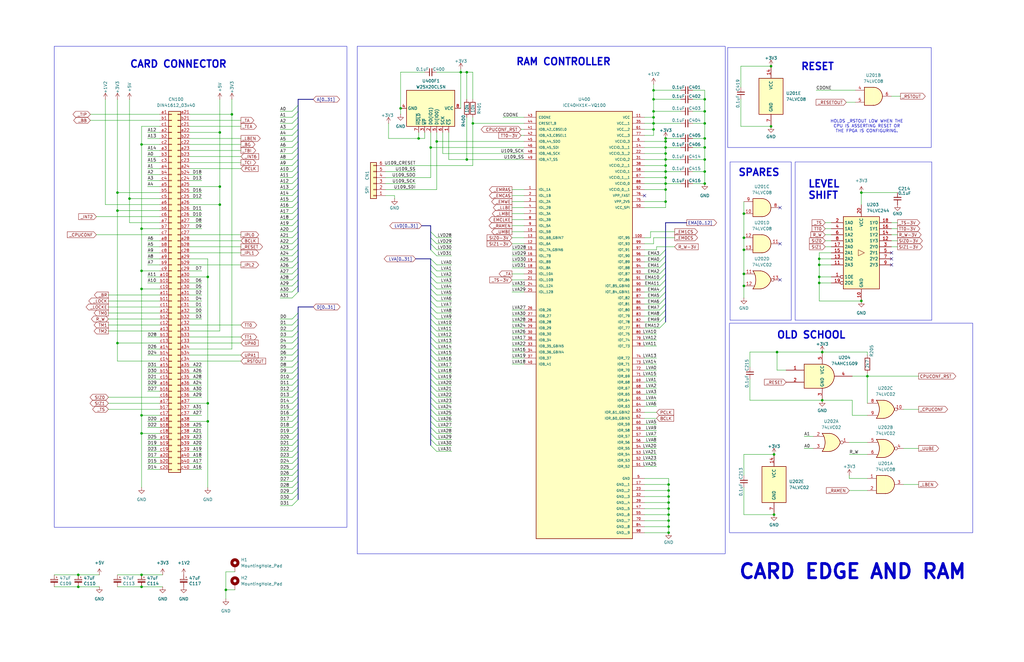
<source format=kicad_sch>
(kicad_sch (version 20231120) (generator "eeschema") (generator_version "8.0")
  (paper "B")
  (title_block (title "AmigaPCI 68040") (date "2024-05-31") (rev "2.0"))
  (junction (at 313.69 115.57))
  (junction (at 49.53 88.9))
  (junction (at 297.18 41.91))
  (junction (at 54.61 83.82))
  (junction (at 281.94 204.47))
  (junction (at 363.22 127))
  (junction (at 87.63 170.18))
  (junction (at 281.94 219.71))
  (junction (at 313.69 90.17))
  (junction (at 59.69 60.96))
  (junction (at 280.67 62.23))
  (junction (at 281.94 217.17))
  (junction (at 325.12 27.94))
  (junction (at 297.18 72.39))
  (junction (at 280.67 74.93))
  (junction (at 280.67 58.42))
  (junction (at 280.67 72.39))
  (junction (at 275.59 52.07))
  (junction (at 59.69 114.3))
  (junction (at 280.67 85.09))
  (junction (at 281.94 224.79))
  (junction (at 33.02 242.57))
  (junction (at 345.44 119.38))
  (junction (at 345.44 116.84))
  (junction (at 297.18 52.07))
  (junction (at 97.79 48.26))
  (junction (at 49.53 81.28))
  (junction (at 194.31 30.48))
  (junction (at 87.63 116.84))
  (junction (at 199.39 52.07))
  (junction (at 95.25 248.92))
  (junction (at 280.67 77.47))
  (junction (at 327.66 148.59))
  (junction (at 345.44 109.22))
  (junction (at 281.94 222.25))
  (junction (at 59.69 121.92))
  (junction (at 297.18 77.47))
  (junction (at 87.63 177.8))
  (junction (at 59.69 96.52))
  (junction (at 281.94 212.09))
  (junction (at 313.69 100.33))
  (junction (at 49.53 144.78))
  (junction (at 297.18 58.42))
  (junction (at 275.59 46.99))
  (junction (at 280.67 67.31))
  (junction (at 181.61 62.23))
  (junction (at 92.71 55.88))
  (junction (at 59.69 182.88))
  (junction (at 281.94 209.55))
  (junction (at 345.44 111.76))
  (junction (at 33.02 247.65))
  (junction (at 280.67 80.01))
  (junction (at 326.39 191.77))
  (junction (at 297.18 67.31))
  (junction (at 346.71 168.91))
  (junction (at 281.94 214.63))
  (junction (at 313.69 120.65))
  (junction (at 196.85 67.31))
  (junction (at 59.69 175.26))
  (junction (at 196.85 30.48))
  (junction (at 275.59 49.53))
  (junction (at 363.22 81.28))
  (junction (at 275.59 54.61))
  (junction (at 275.59 41.91))
  (junction (at 365.76 158.75))
  (junction (at 168.91 45.72))
  (junction (at 297.18 62.23))
  (junction (at 92.71 86.36))
  (junction (at 325.12 53.34))
  (junction (at 280.67 64.77))
  (junction (at 59.69 242.57))
  (junction (at 176.53 58.42))
  (junction (at 313.69 105.41))
  (junction (at 326.39 217.17))
  (junction (at 297.18 46.99))
  (junction (at 281.94 207.01))
  (junction (at 280.67 59.69))
  (junction (at 184.15 59.69))
  (junction (at 59.69 247.65))
  (junction (at 275.59 38.1))
  (junction (at 92.71 78.74))
  (junction (at 280.67 69.85))
  (junction (at 346.71 148.59))
  (no_connect (at 328.93 87.63))
  (no_connect (at 375.92 106.68))
  (no_connect (at 328.93 118.11))
  (no_connect (at 328.93 102.87))
  (no_connect (at 271.78 82.55))
  (no_connect (at 375.92 109.22))
  (no_connect (at 375.92 111.76))
  (bus_entry (at 123.19 205.74) (size 2.54 -2.54))
  (bus_entry (at 123.19 46.99) (size 2.54 -2.54))
  (bus_entry (at 123.19 105.41) (size 2.54 -2.54))
  (bus_entry (at 123.19 100.33) (size 2.54 -2.54))
  (bus_entry (at 278.13 115.57) (size 2.54 -2.54))
  (bus_entry (at 123.19 92.71) (size 2.54 -2.54))
  (bus_entry (at 184.15 149.86) (size -2.54 -2.54))
  (bus_entry (at 184.15 132.08) (size -2.54 -2.54))
  (bus_entry (at 184.15 172.72) (size -2.54 -2.54))
  (bus_entry (at 123.19 62.23) (size 2.54 -2.54))
  (bus_entry (at 184.15 187.96) (size -2.54 -2.54))
  (bus_entry (at 184.15 157.48) (size -2.54 -2.54))
  (bus_entry (at 123.19 149.86) (size 2.54 -2.54))
  (bus_entry (at 278.13 118.11) (size 2.54 -2.54))
  (bus_entry (at 123.19 87.63) (size 2.54 -2.54))
  (bus_entry (at 123.19 67.31) (size 2.54 -2.54))
  (bus_entry (at 184.15 129.54) (size -2.54 -2.54))
  (bus_entry (at 184.15 119.38) (size -2.54 -2.54))
  (bus_entry (at 123.19 198.12) (size 2.54 -2.54))
  (bus_entry (at 123.19 175.26) (size 2.54 -2.54))
  (bus_entry (at 278.13 113.03) (size 2.54 -2.54))
  (bus_entry (at 123.19 90.17) (size 2.54 -2.54))
  (bus_entry (at 278.13 123.19) (size 2.54 -2.54))
  (bus_entry (at 184.15 142.24) (size -2.54 -2.54))
  (bus_entry (at 184.15 139.7) (size -2.54 -2.54))
  (bus_entry (at 184.15 116.84) (size -2.54 -2.54))
  (bus_entry (at 123.19 125.73) (size 2.54 -2.54))
  (bus_entry (at 278.13 135.89) (size 2.54 -2.54))
  (bus_entry (at 278.13 128.27) (size 2.54 -2.54))
  (bus_entry (at 278.13 125.73) (size 2.54 -2.54))
  (bus_entry (at 123.19 180.34) (size 2.54 -2.54))
  (bus_entry (at 123.19 52.07) (size 2.54 -2.54))
  (bus_entry (at 181.61 102.87) (size 2.54 2.54))
  (bus_entry (at 123.19 54.61) (size 2.54 -2.54))
  (bus_entry (at 123.19 137.16) (size 2.54 -2.54))
  (bus_entry (at 123.19 177.8) (size 2.54 -2.54))
  (bus_entry (at 123.19 110.49) (size 2.54 -2.54))
  (bus_entry (at 123.19 210.82) (size 2.54 -2.54))
  (bus_entry (at 278.13 120.65) (size 2.54 -2.54))
  (bus_entry (at 123.19 185.42) (size 2.54 -2.54))
  (bus_entry (at 184.15 167.64) (size -2.54 -2.54))
  (bus_entry (at 123.19 165.1) (size 2.54 -2.54))
  (bus_entry (at 123.19 80.01) (size 2.54 -2.54))
  (bus_entry (at 123.19 162.56) (size 2.54 -2.54))
  (bus_entry (at 123.19 157.48) (size 2.54 -2.54))
  (bus_entry (at 184.15 162.56) (size -2.54 -2.54))
  (bus_entry (at 184.15 147.32) (size -2.54 -2.54))
  (bus_entry (at 123.19 144.78) (size 2.54 -2.54))
  (bus_entry (at 123.19 147.32) (size 2.54 -2.54))
  (bus_entry (at 123.19 97.79) (size 2.54 -2.54))
  (bus_entry (at 123.19 208.28) (size 2.54 -2.54))
  (bus_entry (at 184.15 114.3) (size -2.54 -2.54))
  (bus_entry (at 123.19 102.87) (size 2.54 -2.54))
  (bus_entry (at 123.19 154.94) (size 2.54 -2.54))
  (bus_entry (at 123.19 190.5) (size 2.54 -2.54))
  (bus_entry (at 278.13 138.43) (size 2.54 -2.54))
  (bus_entry (at 123.19 74.93) (size 2.54 -2.54))
  (bus_entry (at 123.19 213.36) (size 2.54 -2.54))
  (bus_entry (at 123.19 69.85) (size 2.54 -2.54))
  (bus_entry (at 184.15 175.26) (size -2.54 -2.54))
  (bus_entry (at 123.19 123.19) (size 2.54 -2.54))
  (bus_entry (at 184.15 154.94) (size -2.54 -2.54))
  (bus_entry (at 278.13 133.35) (size 2.54 -2.54))
  (bus_entry (at 184.15 121.92) (size -2.54 -2.54))
  (bus_entry (at 184.15 134.62) (size -2.54 -2.54))
  (bus_entry (at 184.15 160.02) (size -2.54 -2.54))
  (bus_entry (at 123.19 170.18) (size 2.54 -2.54))
  (bus_entry (at 123.19 95.25) (size 2.54 -2.54))
  (bus_entry (at 184.15 124.46) (size -2.54 -2.54))
  (bus_entry (at 123.19 182.88) (size 2.54 -2.54))
  (bus_entry (at 123.19 152.4) (size 2.54 -2.54))
  (bus_entry (at 278.13 110.49) (size 2.54 -2.54))
  (bus_entry (at 184.15 190.5) (size -2.54 -2.54))
  (bus_entry (at 181.61 100.33) (size 2.54 2.54))
  (bus_entry (at 123.19 167.64) (size 2.54 -2.54))
  (bus_entry (at 123.19 142.24) (size 2.54 -2.54))
  (bus_entry (at 123.19 203.2) (size 2.54 -2.54))
  (bus_entry (at 184.15 180.34) (size -2.54 -2.54))
  (bus_entry (at 278.13 107.95) (size 2.54 -2.54))
  (bus_entry (at 123.19 57.15) (size 2.54 -2.54))
  (bus_entry (at 123.19 64.77) (size 2.54 -2.54))
  (bus_entry (at 123.19 59.69) (size 2.54 -2.54))
  (bus_entry (at 184.15 152.4) (size -2.54 -2.54))
  (bus_entry (at 123.19 200.66) (size 2.54 -2.54))
  (bus_entry (at 184.15 111.76) (size -2.54 -2.54))
  (bus_entry (at 123.19 193.04) (size 2.54 -2.54))
  (bus_entry (at 123.19 160.02) (size 2.54 -2.54))
  (bus_entry (at 123.19 77.47) (size 2.54 -2.54))
  (bus_entry (at 184.15 137.16) (size -2.54 -2.54))
  (bus_entry (at 184.15 127) (size -2.54 -2.54))
  (bus_entry (at 184.15 165.1) (size -2.54 -2.54))
  (bus_entry (at 184.15 177.8) (size -2.54 -2.54))
  (bus_entry (at 184.15 170.18) (size -2.54 -2.54))
  (bus_entry (at 123.19 107.95) (size 2.54 -2.54))
  (bus_entry (at 123.19 85.09) (size 2.54 -2.54))
  (bus_entry (at 123.19 139.7) (size 2.54 -2.54))
  (bus_entry (at 123.19 72.39) (size 2.54 -2.54))
  (bus_entry (at 123.19 82.55) (size 2.54 -2.54))
  (bus_entry (at 123.19 49.53) (size 2.54 -2.54))
  (bus_entry (at 181.61 105.41) (size 2.54 2.54))
  (bus_entry (at 123.19 172.72) (size 2.54 -2.54))
  (bus_entry (at 123.19 195.58) (size 2.54 -2.54))
  (bus_entry (at 181.61 97.79) (size 2.54 2.54))
  (bus_entry (at 184.15 185.42) (size -2.54 -2.54))
  (bus_entry (at 123.19 118.11) (size 2.54 -2.54))
  (bus_entry (at 123.19 120.65) (size 2.54 -2.54))
  (bus_entry (at 278.13 130.81) (size 2.54 -2.54))
  (bus_entry (at 123.19 113.03) (size 2.54 -2.54))
  (bus_entry (at 123.19 187.96) (size 2.54 -2.54))
  (bus_entry (at 184.15 182.88) (size -2.54 -2.54))
  (bus_entry (at 123.19 115.57) (size 2.54 -2.54))
  (bus_entry (at 184.15 144.78) (size -2.54 -2.54))
  (bus_entry (at 123.19 134.62) (size 2.54 -2.54))
  (wire (pts (xy 276.86 146.05) (xy 271.78 146.05)))
  (wire (pts (xy 190.5 144.78) (xy 184.15 144.78)))
  (wire (pts (xy 118.11 180.34) (xy 123.19 180.34)))
  (bus (pts (xy 125.73 115.57) (xy 125.73 118.11)))
  (wire (pts (xy 276.86 194.31) (xy 271.78 194.31)))
  (wire (pts (xy 199.39 41.91) (xy 199.39 30.48)))
  (wire (pts (xy 275.59 54.61) (xy 275.59 57.15)))
  (wire (pts (xy 280.67 72.39) (xy 280.67 74.93)))
  (wire (pts (xy 85.09 172.72) (xy 80.01 172.72)))
  (wire (pts (xy 190.5 170.18) (xy 184.15 170.18)))
  (wire (pts (xy 118.11 210.82) (xy 123.19 210.82)))
  (wire (pts (xy 44.45 86.36) (xy 67.31 86.36)))
  (wire (pts (xy 313.69 191.77) (xy 326.39 191.77)))
  (wire (pts (xy 345.44 111.76) (xy 350.52 111.76)))
  (wire (pts (xy 118.11 46.99) (xy 123.19 46.99)))
  (wire (pts (xy 292.1 67.31) (xy 297.18 67.31)))
  (wire (pts (xy 281.94 219.71) (xy 281.94 222.25)))
  (wire (pts (xy 118.11 193.04) (xy 123.19 193.04)))
  (wire (pts (xy 80.01 116.84) (xy 87.63 116.84)))
  (bus (pts (xy 125.73 167.64) (xy 125.73 165.1)))
  (wire (pts (xy 62.23 190.5) (xy 67.31 190.5)))
  (wire (pts (xy 118.11 72.39) (xy 123.19 72.39)))
  (bus (pts (xy 125.73 69.85) (xy 125.73 72.39)))
  (wire (pts (xy 59.69 242.57) (xy 68.58 242.57)))
  (wire (pts (xy 85.09 76.2) (xy 80.01 76.2)))
  (bus (pts (xy 181.61 119.38) (xy 181.61 121.92)))
  (wire (pts (xy 312.42 36.83) (xy 312.42 27.94)))
  (wire (pts (xy 45.72 132.08) (xy 67.31 132.08)))
  (bus (pts (xy 125.73 175.26) (xy 125.73 172.72)))
  (bus (pts (xy 125.73 203.2) (xy 125.73 200.66)))
  (wire (pts (xy 80.01 147.32) (xy 97.79 147.32)))
  (wire (pts (xy 54.61 41.91) (xy 54.61 83.82)))
  (bus (pts (xy 280.67 93.98) (xy 280.67 105.41)))
  (bus (pts (xy 181.61 180.34) (xy 181.61 182.88)))
  (bus (pts (xy 181.61 165.1) (xy 181.61 167.64)))
  (wire (pts (xy 118.11 64.77) (xy 123.19 64.77)))
  (bus (pts (xy 125.73 74.93) (xy 125.73 77.47)))
  (wire (pts (xy 168.91 48.26) (xy 168.91 45.72)))
  (wire (pts (xy 359.41 158.75) (xy 365.76 158.75)))
  (wire (pts (xy 59.69 121.92) (xy 59.69 175.26)))
  (bus (pts (xy 125.73 157.48) (xy 125.73 154.94)))
  (wire (pts (xy 280.67 80.01) (xy 280.67 85.09)))
  (wire (pts (xy 184.15 80.01) (xy 184.15 59.69)))
  (wire (pts (xy 118.11 100.33) (xy 123.19 100.33)))
  (wire (pts (xy 345.44 106.68) (xy 350.52 106.68)))
  (wire (pts (xy 85.09 114.3) (xy 80.01 114.3)))
  (bus (pts (xy 125.73 142.24) (xy 125.73 139.7)))
  (wire (pts (xy 62.23 157.48) (xy 67.31 157.48)))
  (wire (pts (xy 62.23 55.88) (xy 67.31 55.88)))
  (wire (pts (xy 275.59 52.07) (xy 287.02 52.07)))
  (wire (pts (xy 215.9 143.51) (xy 220.98 143.51)))
  (wire (pts (xy 275.59 100.33) (xy 275.59 102.87)))
  (wire (pts (xy 190.5 119.38) (xy 184.15 119.38)))
  (wire (pts (xy 33.02 242.57) (xy 41.91 242.57)))
  (wire (pts (xy 313.69 90.17) (xy 313.69 100.33)))
  (wire (pts (xy 271.78 67.31) (xy 280.67 67.31)))
  (bus (pts (xy 125.73 165.1) (xy 125.73 162.56)))
  (bus (pts (xy 125.73 160.02) (xy 125.73 157.48)))
  (wire (pts (xy 271.78 128.27) (xy 278.13 128.27)))
  (wire (pts (xy 62.23 104.14) (xy 67.31 104.14)))
  (wire (pts (xy 118.11 82.55) (xy 123.19 82.55)))
  (wire (pts (xy 175.26 77.47) (xy 162.56 77.47)))
  (bus (pts (xy 125.73 147.32) (xy 125.73 144.78)))
  (wire (pts (xy 345.44 116.84) (xy 345.44 119.38)))
  (wire (pts (xy 92.71 86.36) (xy 92.71 139.7)))
  (bus (pts (xy 125.73 170.18) (xy 125.73 167.64)))
  (wire (pts (xy 274.32 97.79) (xy 284.48 97.79)))
  (wire (pts (xy 215.9 102.87) (xy 220.98 102.87)))
  (wire (pts (xy 85.09 73.66) (xy 80.01 73.66)))
  (wire (pts (xy 80.01 106.68) (xy 101.6 106.68)))
  (wire (pts (xy 59.69 96.52) (xy 67.31 96.52)))
  (bus (pts (xy 125.73 185.42) (xy 125.73 182.88)))
  (wire (pts (xy 297.18 58.42) (xy 297.18 62.23)))
  (wire (pts (xy 280.67 67.31) (xy 280.67 69.85)))
  (wire (pts (xy 276.86 143.51) (xy 271.78 143.51)))
  (wire (pts (xy 271.78 204.47) (xy 281.94 204.47)))
  (wire (pts (xy 276.86 104.14) (xy 284.48 104.14)))
  (wire (pts (xy 190.5 111.76) (xy 184.15 111.76)))
  (wire (pts (xy 59.69 247.65) (xy 68.58 247.65)))
  (wire (pts (xy 62.23 101.6) (xy 67.31 101.6)))
  (wire (pts (xy 181.61 74.93) (xy 162.56 74.93)))
  (wire (pts (xy 271.78 49.53) (xy 275.59 49.53)))
  (bus (pts (xy 181.61 134.62) (xy 181.61 137.16)))
  (wire (pts (xy 297.18 41.91) (xy 297.18 38.1)))
  (wire (pts (xy 189.23 67.31) (xy 196.85 67.31)))
  (wire (pts (xy 292.1 52.07) (xy 297.18 52.07)))
  (bus (pts (xy 181.61 182.88) (xy 181.61 185.42)))
  (wire (pts (xy 62.23 165.1) (xy 67.31 165.1)))
  (wire (pts (xy 62.23 149.86) (xy 67.31 149.86)))
  (wire (pts (xy 280.67 77.47) (xy 287.02 77.47)))
  (wire (pts (xy 118.11 62.23) (xy 123.19 62.23)))
  (wire (pts (xy 190.5 124.46) (xy 184.15 124.46)))
  (wire (pts (xy 85.09 180.34) (xy 80.01 180.34)))
  (wire (pts (xy 85.09 124.46) (xy 80.01 124.46)))
  (wire (pts (xy 168.91 45.72) (xy 168.91 30.48)))
  (wire (pts (xy 190.5 149.86) (xy 184.15 149.86)))
  (wire (pts (xy 271.78 135.89) (xy 278.13 135.89)))
  (bus (pts (xy 181.61 144.78) (xy 181.61 147.32)))
  (wire (pts (xy 194.31 30.48) (xy 184.15 30.48)))
  (wire (pts (xy 281.94 209.55) (xy 281.94 212.09)))
  (wire (pts (xy 326.39 217.17) (xy 313.69 217.17)))
  (wire (pts (xy 276.86 151.13) (xy 271.78 151.13)))
  (wire (pts (xy 190.5 147.32) (xy 184.15 147.32)))
  (wire (pts (xy 118.11 77.47) (xy 123.19 77.47)))
  (bus (pts (xy 181.61 109.22) (xy 181.61 111.76)))
  (wire (pts (xy 271.78 105.41) (xy 276.86 105.41)))
  (bus (pts (xy 125.73 208.28) (xy 125.73 205.74)))
  (wire (pts (xy 80.01 152.4) (xy 101.6 152.4)))
  (wire (pts (xy 190.5 134.62) (xy 184.15 134.62)))
  (wire (pts (xy 80.01 144.78) (xy 101.6 144.78)))
  (wire (pts (xy 118.11 120.65) (xy 123.19 120.65)))
  (wire (pts (xy 85.09 134.62) (xy 80.01 134.62)))
  (wire (pts (xy 85.09 187.96) (xy 80.01 187.96)))
  (wire (pts (xy 271.78 69.85) (xy 280.67 69.85)))
  (wire (pts (xy 347.98 99.06) (xy 350.52 99.06)))
  (wire (pts (xy 345.44 127) (xy 363.22 127)))
  (wire (pts (xy 313.69 105.41) (xy 313.69 115.57)))
  (wire (pts (xy 49.53 152.4) (xy 49.53 144.78)))
  (wire (pts (xy 276.86 184.15) (xy 271.78 184.15)))
  (wire (pts (xy 271.78 120.65) (xy 278.13 120.65)))
  (wire (pts (xy 276.86 166.37) (xy 271.78 166.37)))
  (bus (pts (xy 125.73 210.82) (xy 125.73 208.28)))
  (wire (pts (xy 199.39 52.07) (xy 199.39 49.53)))
  (wire (pts (xy 275.59 46.99) (xy 275.59 49.53)))
  (wire (pts (xy 271.78 212.09) (xy 281.94 212.09)))
  (wire (pts (xy 281.94 207.01) (xy 281.94 209.55)))
  (bus (pts (xy 125.73 72.39) (xy 125.73 74.93)))
  (wire (pts (xy 378.46 104.14) (xy 375.92 104.14)))
  (wire (pts (xy 184.15 102.87) (xy 190.5 102.87)))
  (wire (pts (xy 80.01 177.8) (xy 87.63 177.8)))
  (wire (pts (xy 62.23 187.96) (xy 67.31 187.96)))
  (wire (pts (xy 85.09 175.26) (xy 80.01 175.26)))
  (wire (pts (xy 118.11 187.96) (xy 123.19 187.96)))
  (wire (pts (xy 275.59 35.56) (xy 275.59 38.1)))
  (wire (pts (xy 365.76 158.75) (xy 365.76 170.18)))
  (wire (pts (xy 62.23 116.84) (xy 67.31 116.84)))
  (wire (pts (xy 375.92 40.64) (xy 379.73 40.64)))
  (wire (pts (xy 378.46 96.52) (xy 375.92 96.52)))
  (wire (pts (xy 365.76 158.75) (xy 365.76 157.48)))
  (wire (pts (xy 190.5 142.24) (xy 184.15 142.24)))
  (wire (pts (xy 162.56 82.55) (xy 166.37 82.55)))
  (wire (pts (xy 118.11 85.09) (xy 123.19 85.09)))
  (wire (pts (xy 346.71 148.59) (xy 365.76 148.59)))
  (wire (pts (xy 271.78 85.09) (xy 280.67 85.09)))
  (wire (pts (xy 95.25 241.3) (xy 95.25 248.92)))
  (wire (pts (xy 280.67 58.42) (xy 280.67 59.69)))
  (wire (pts (xy 378.46 93.98) (xy 375.92 93.98)))
  (wire (pts (xy 378.46 99.06) (xy 375.92 99.06)))
  (wire (pts (xy 347.98 96.52) (xy 350.52 96.52)))
  (wire (pts (xy 215.9 95.25) (xy 220.98 95.25)))
  (wire (pts (xy 95.25 248.92) (xy 99.06 248.92)))
  (wire (pts (xy 190.5 182.88) (xy 184.15 182.88)))
  (wire (pts (xy 95.25 248.92) (xy 95.25 252.73)))
  (wire (pts (xy 339.09 184.15) (xy 342.9 184.15)))
  (bus (pts (xy 181.61 102.87) (xy 181.61 100.33)))
  (wire (pts (xy 118.11 198.12) (xy 123.19 198.12)))
  (bus (pts (xy 125.73 77.47) (xy 125.73 80.01)))
  (wire (pts (xy 59.69 175.26) (xy 67.31 175.26)))
  (wire (pts (xy 190.5 187.96) (xy 184.15 187.96)))
  (wire (pts (xy 59.69 182.88) (xy 59.69 205.74)))
  (wire (pts (xy 313.69 85.09) (xy 313.69 90.17)))
  (wire (pts (xy 45.72 167.64) (xy 67.31 167.64)))
  (wire (pts (xy 85.09 190.5) (xy 80.01 190.5)))
  (wire (pts (xy 345.44 111.76) (xy 345.44 116.84)))
  (wire (pts (xy 297.18 58.42) (xy 297.18 52.07)))
  (wire (pts (xy 44.45 41.91) (xy 44.45 86.36)))
  (wire (pts (xy 347.98 104.14) (xy 350.52 104.14)))
  (wire (pts (xy 62.23 142.24) (xy 67.31 142.24)))
  (wire (pts (xy 118.11 107.95) (xy 123.19 107.95)))
  (bus (pts (xy 181.61 124.46) (xy 181.61 127)))
  (wire (pts (xy 199.39 69.85) (xy 199.39 52.07)))
  (bus (pts (xy 125.73 144.78) (xy 125.73 142.24)))
  (wire (pts (xy 280.67 77.47) (xy 280.67 80.01)))
  (wire (pts (xy 80.01 78.74) (xy 92.71 78.74)))
  (bus (pts (xy 181.61 139.7) (xy 181.61 142.24)))
  (wire (pts (xy 118.11 208.28) (xy 123.19 208.28)))
  (wire (pts (xy 118.11 182.88) (xy 123.19 182.88)))
  (wire (pts (xy 80.01 111.76) (xy 101.6 111.76)))
  (wire (pts (xy 381 172.72) (xy 387.35 172.72)))
  (wire (pts (xy 118.11 162.56) (xy 123.19 162.56)))
  (wire (pts (xy 276.86 173.99) (xy 271.78 173.99)))
  (bus (pts (xy 181.61 154.94) (xy 181.61 157.48)))
  (bus (pts (xy 125.73 41.91) (xy 125.73 44.45)))
  (wire (pts (xy 215.9 140.97) (xy 220.98 140.97)))
  (wire (pts (xy 271.78 62.23) (xy 280.67 62.23)))
  (wire (pts (xy 190.5 167.64) (xy 184.15 167.64)))
  (wire (pts (xy 325.12 53.34) (xy 312.42 53.34)))
  (bus (pts (xy 125.73 105.41) (xy 125.73 107.95)))
  (wire (pts (xy 85.09 91.44) (xy 80.01 91.44)))
  (bus (pts (xy 280.67 107.95) (xy 280.67 110.49)))
  (wire (pts (xy 80.01 142.24) (xy 101.6 142.24)))
  (wire (pts (xy 215.9 113.03) (xy 220.98 113.03)))
  (wire (pts (xy 59.69 175.26) (xy 59.69 182.88)))
  (wire (pts (xy 190.5 127) (xy 184.15 127)))
  (wire (pts (xy 80.01 68.58) (xy 101.6 68.58)))
  (wire (pts (xy 194.31 45.72) (xy 194.31 30.48)))
  (wire (pts (xy 215.9 135.89) (xy 220.98 135.89)))
  (wire (pts (xy 219.71 54.61) (xy 220.98 54.61)))
  (bus (pts (xy 125.73 205.74) (xy 125.73 203.2)))
  (wire (pts (xy 274.32 97.79) (xy 274.32 100.33)))
  (wire (pts (xy 190.5 177.8) (xy 184.15 177.8)))
  (bus (pts (xy 125.73 137.16) (xy 125.73 134.62)))
  (wire (pts (xy 280.67 62.23) (xy 280.67 64.77)))
  (wire (pts (xy 118.11 57.15) (xy 123.19 57.15)))
  (wire (pts (xy 59.69 53.34) (xy 67.31 53.34)))
  (wire (pts (xy 118.11 123.19) (xy 123.19 123.19)))
  (wire (pts (xy 190.5 114.3) (xy 184.15 114.3)))
  (wire (pts (xy 316.23 148.59) (xy 316.23 154.94)))
  (bus (pts (xy 125.73 59.69) (xy 125.73 62.23)))
  (bus (pts (xy 181.61 121.92) (xy 181.61 124.46)))
  (wire (pts (xy 85.09 119.38) (xy 80.01 119.38)))
  (bus (pts (xy 125.73 152.4) (xy 125.73 149.86)))
  (wire (pts (xy 312.42 53.34) (xy 312.42 41.91)))
  (bus (pts (xy 125.73 180.34) (xy 125.73 177.8)))
  (wire (pts (xy 271.78 64.77) (xy 280.67 64.77)))
  (wire (pts (xy 190.5 180.34) (xy 184.15 180.34)))
  (bus (pts (xy 125.73 92.71) (xy 125.73 95.25)))
  (bus (pts (xy 125.73 120.65) (xy 125.73 123.19)))
  (wire (pts (xy 22.86 247.65) (xy 33.02 247.65)))
  (wire (pts (xy 85.09 198.12) (xy 80.01 198.12)))
  (wire (pts (xy 85.09 182.88) (xy 80.01 182.88)))
  (wire (pts (xy 281.94 217.17) (xy 281.94 219.71)))
  (wire (pts (xy 292.1 77.47) (xy 297.18 77.47)))
  (wire (pts (xy 85.09 165.1) (xy 80.01 165.1)))
  (wire (pts (xy 281.94 214.63) (xy 281.94 217.17)))
  (wire (pts (xy 85.09 167.64) (xy 80.01 167.64)))
  (bus (pts (xy 181.61 175.26) (xy 181.61 177.8)))
  (wire (pts (xy 85.09 96.52) (xy 80.01 96.52)))
  (bus (pts (xy 181.61 109.22) (xy 175.26 109.22)))
  (wire (pts (xy 62.23 68.58) (xy 67.31 68.58)))
  (wire (pts (xy 275.59 38.1) (xy 287.02 38.1)))
  (bus (pts (xy 181.61 157.48) (xy 181.61 160.02)))
  (wire (pts (xy 85.09 160.02) (xy 80.01 160.02)))
  (wire (pts (xy 297.18 52.07) (xy 297.18 46.99)))
  (wire (pts (xy 85.09 132.08) (xy 80.01 132.08)))
  (wire (pts (xy 215.9 92.71) (xy 220.98 92.71)))
  (wire (pts (xy 80.01 58.42) (xy 101.6 58.42)))
  (bus (pts (xy 280.67 123.19) (xy 280.67 125.73)))
  (wire (pts (xy 176.53 55.88) (xy 176.53 58.42)))
  (bus (pts (xy 125.73 62.23) (xy 125.73 64.77)))
  (wire (pts (xy 59.69 96.52) (xy 59.69 114.3)))
  (wire (pts (xy 275.59 46.99) (xy 287.02 46.99)))
  (bus (pts (xy 125.73 113.03) (xy 125.73 115.57)))
  (wire (pts (xy 45.72 124.46) (xy 67.31 124.46)))
  (wire (pts (xy 274.32 100.33) (xy 271.78 100.33)))
  (wire (pts (xy 190.5 157.48) (xy 184.15 157.48)))
  (wire (pts (xy 312.42 27.94) (xy 325.12 27.94)))
  (wire (pts (xy 292.1 58.42) (xy 297.18 58.42)))
  (bus (pts (xy 181.61 132.08) (xy 181.61 134.62)))
  (wire (pts (xy 313.69 115.57) (xy 313.69 120.65)))
  (wire (pts (xy 59.69 121.92) (xy 67.31 121.92)))
  (wire (pts (xy 215.9 153.67) (xy 220.98 153.67)))
  (wire (pts (xy 271.78 107.95) (xy 278.13 107.95)))
  (wire (pts (xy 275.59 41.91) (xy 287.02 41.91)))
  (wire (pts (xy 281.94 201.93) (xy 281.94 204.47)))
  (wire (pts (xy 297.18 46.99) (xy 297.18 41.91)))
  (wire (pts (xy 80.01 55.88) (xy 92.71 55.88)))
  (wire (pts (xy 80.01 99.06) (xy 101.6 99.06)))
  (wire (pts (xy 62.23 78.74) (xy 67.31 78.74)))
  (wire (pts (xy 331.47 156.21) (xy 327.66 156.21)))
  (wire (pts (xy 271.78 130.81) (xy 278.13 130.81)))
  (wire (pts (xy 162.56 69.85) (xy 199.39 69.85)))
  (wire (pts (xy 67.31 93.98) (xy 54.61 93.98)))
  (wire (pts (xy 271.78 214.63) (xy 281.94 214.63)))
  (wire (pts (xy 196.85 30.48) (xy 199.39 30.48)))
  (wire (pts (xy 179.07 55.88) (xy 179.07 58.42)))
  (wire (pts (xy 359.41 168.91) (xy 359.41 175.26)))
  (wire (pts (xy 316.23 168.91) (xy 346.71 168.91)))
  (wire (pts (xy 271.78 209.55) (xy 281.94 209.55)))
  (wire (pts (xy 271.78 77.47) (xy 280.67 77.47)))
  (wire (pts (xy 345.44 119.38) (xy 345.44 127)))
  (wire (pts (xy 186.69 64.77) (xy 220.98 64.77)))
  (bus (pts (xy 125.73 190.5) (xy 125.73 187.96)))
  (wire (pts (xy 215.9 115.57) (xy 220.98 115.57)))
  (wire (pts (xy 80.01 101.6) (xy 101.6 101.6)))
  (bus (pts (xy 181.61 185.42) (xy 181.61 187.96)))
  (wire (pts (xy 62.23 58.42) (xy 67.31 58.42)))
  (wire (pts (xy 280.67 62.23) (xy 287.02 62.23)))
  (wire (pts (xy 59.69 114.3) (xy 67.31 114.3)))
  (wire (pts (xy 181.61 62.23) (xy 181.61 74.93)))
  (wire (pts (xy 49.53 247.65) (xy 59.69 247.65)))
  (wire (pts (xy 212.09 49.53) (xy 220.98 49.53)))
  (wire (pts (xy 80.01 48.26) (xy 97.79 48.26)))
  (wire (pts (xy 85.09 127) (xy 80.01 127)))
  (wire (pts (xy 184.15 55.88) (xy 184.15 59.69)))
  (wire (pts (xy 80.01 137.16) (xy 101.6 137.16)))
  (wire (pts (xy 350.52 109.22) (xy 345.44 109.22)))
  (bus (pts (xy 280.67 130.81) (xy 280.67 133.35)))
  (wire (pts (xy 118.11 97.79) (xy 123.19 97.79)))
  (wire (pts (xy 280.67 58.42) (xy 287.02 58.42)))
  (bus (pts (xy 181.61 127) (xy 181.61 129.54)))
  (bus (pts (xy 181.61 111.76) (xy 181.61 114.3)))
  (wire (pts (xy 45.72 172.72) (xy 67.31 172.72)))
  (wire (pts (xy 118.11 113.03) (xy 123.19 113.03)))
  (wire (pts (xy 381 189.23) (xy 387.35 189.23)))
  (wire (pts (xy 215.9 138.43) (xy 220.98 138.43)))
  (bus (pts (xy 125.73 52.07) (xy 125.73 54.61)))
  (wire (pts (xy 118.11 134.62) (xy 123.19 134.62)))
  (wire (pts (xy 163.83 52.07) (xy 163.83 58.42)))
  (wire (pts (xy 199.39 52.07) (xy 220.98 52.07)))
  (bus (pts (xy 181.61 160.02) (xy 181.61 162.56)))
  (bus (pts (xy 181.61 116.84) (xy 181.61 119.38)))
  (bus (pts (xy 125.73 57.15) (xy 125.73 59.69)))
  (wire (pts (xy 339.09 189.23) (xy 342.9 189.23)))
  (wire (pts (xy 190.5 121.92) (xy 184.15 121.92)))
  (wire (pts (xy 163.83 58.42) (xy 176.53 58.42)))
  (wire (pts (xy 45.72 139.7) (xy 67.31 139.7)))
  (bus (pts (xy 181.61 172.72) (xy 181.61 175.26)))
  (wire (pts (xy 168.91 30.48) (xy 179.07 30.48)))
  (wire (pts (xy 359.41 175.26) (xy 365.76 175.26)))
  (wire (pts (xy 54.61 83.82) (xy 67.31 83.82)))
  (wire (pts (xy 118.11 90.17) (xy 123.19 90.17)))
  (wire (pts (xy 118.11 80.01) (xy 123.19 80.01)))
  (wire (pts (xy 189.23 67.31) (xy 189.23 55.88)))
  (bus (pts (xy 181.61 147.32) (xy 181.61 149.86)))
  (bus (pts (xy 125.73 67.31) (xy 125.73 69.85)))
  (wire (pts (xy 62.23 111.76) (xy 67.31 111.76)))
  (wire (pts (xy 186.69 64.77) (xy 186.69 55.88)))
  (wire (pts (xy 344.17 38.1) (xy 360.68 38.1)))
  (wire (pts (xy 271.78 201.93) (xy 281.94 201.93)))
  (wire (pts (xy 313.69 217.17) (xy 313.69 205.74)))
  (bus (pts (xy 181.61 129.54) (xy 181.61 132.08)))
  (wire (pts (xy 275.59 38.1) (xy 275.59 41.91)))
  (wire (pts (xy 40.64 99.06) (xy 67.31 99.06)))
  (wire (pts (xy 80.01 50.8) (xy 101.6 50.8)))
  (wire (pts (xy 62.23 63.5) (xy 67.31 63.5)))
  (wire (pts (xy 215.9 130.81) (xy 220.98 130.81)))
  (wire (pts (xy 85.09 129.54) (xy 80.01 129.54)))
  (wire (pts (xy 92.71 139.7) (xy 80.01 139.7)))
  (wire (pts (xy 118.11 102.87) (xy 123.19 102.87)))
  (wire (pts (xy 118.11 147.32) (xy 123.19 147.32)))
  (wire (pts (xy 276.86 105.41) (xy 276.86 104.14)))
  (wire (pts (xy 276.86 161.29) (xy 271.78 161.29)))
  (wire (pts (xy 85.09 83.82) (xy 80.01 83.82)))
  (wire (pts (xy 184.15 105.41) (xy 190.5 105.41)))
  (wire (pts (xy 281.94 204.47) (xy 281.94 207.01)))
  (wire (pts (xy 275.59 100.33) (xy 284.48 100.33)))
  (wire (pts (xy 280.67 64.77) (xy 280.67 67.31)))
  (bus (pts (xy 125.73 154.94) (xy 125.73 152.4)))
  (wire (pts (xy 85.09 185.42) (xy 80.01 185.42)))
  (wire (pts (xy 190.5 129.54) (xy 184.15 129.54)))
  (wire (pts (xy 62.23 106.68) (xy 67.31 106.68)))
  (wire (pts (xy 85.09 121.92) (xy 80.01 121.92)))
  (wire (pts (xy 118.11 118.11) (xy 123.19 118.11)))
  (wire (pts (xy 59.69 60.96) (xy 59.69 96.52)))
  (wire (pts (xy 313.69 100.33) (xy 313.69 105.41)))
  (wire (pts (xy 358.14 191.77) (xy 365.76 191.77)))
  (bus (pts (xy 181.61 167.64) (xy 181.61 170.18)))
  (wire (pts (xy 62.23 73.66) (xy 67.31 73.66)))
  (wire (pts (xy 118.11 115.57) (xy 123.19 115.57)))
  (wire (pts (xy 280.67 74.93) (xy 280.67 77.47)))
  (wire (pts (xy 280.67 69.85) (xy 280.67 72.39)))
  (bus (pts (xy 125.73 87.63) (xy 125.73 90.17)))
  (bus (pts (xy 125.73 195.58) (xy 125.73 193.04)))
  (wire (pts (xy 271.78 123.19) (xy 278.13 123.19)))
  (wire (pts (xy 190.5 185.42) (xy 184.15 185.42)))
  (wire (pts (xy 190.5 175.26) (xy 184.15 175.26)))
  (wire (pts (xy 118.11 142.24) (xy 123.19 142.24)))
  (bus (pts (xy 125.73 54.61) (xy 125.73 57.15)))
  (wire (pts (xy 346.71 168.91) (xy 359.41 168.91)))
  (wire (pts (xy 118.11 213.36) (xy 123.19 213.36)))
  (wire (pts (xy 166.37 82.55) (xy 166.37 83.82)))
  (wire (pts (xy 215.9 146.05) (xy 220.98 146.05)))
  (wire (pts (xy 280.67 85.09) (xy 280.67 87.63)))
  (wire (pts (xy 87.63 177.8) (xy 87.63 205.74)))
  (wire (pts (xy 118.11 165.1) (xy 123.19 165.1)))
  (wire (pts (xy 281.94 222.25) (xy 281.94 224.79)))
  (bus (pts (xy 125.73 118.11) (xy 125.73 120.65)))
  (wire (pts (xy 45.72 137.16) (xy 67.31 137.16)))
  (bus (pts (xy 181.61 114.3) (xy 181.61 116.84)))
  (wire (pts (xy 280.67 72.39) (xy 287.02 72.39)))
  (wire (pts (xy 22.86 242.57) (xy 33.02 242.57)))
  (wire (pts (xy 215.9 87.63) (xy 220.98 87.63)))
  (bus (pts (xy 125.73 49.53) (xy 125.73 52.07)))
  (wire (pts (xy 59.69 60.96) (xy 67.31 60.96)))
  (wire (pts (xy 215.9 82.55) (xy 220.98 82.55)))
  (bus (pts (xy 125.73 95.25) (xy 125.73 97.79)))
  (wire (pts (xy 276.86 181.61) (xy 271.78 181.61)))
  (bus (pts (xy 280.67 113.03) (xy 280.67 115.57)))
  (wire (pts (xy 271.78 54.61) (xy 275.59 54.61)))
  (wire (pts (xy 62.23 195.58) (xy 67.31 195.58)))
  (wire (pts (xy 118.11 205.74) (xy 123.19 205.74)))
  (wire (pts (xy 215.9 151.13) (xy 220.98 151.13)))
  (wire (pts (xy 80.01 109.22) (xy 87.63 109.22)))
  (bus (pts (xy 280.67 133.35) (xy 280.67 135.89)))
  (wire (pts (xy 118.11 200.66) (xy 123.19 200.66)))
  (bus (pts (xy 125.73 149.86) (xy 125.73 147.32)))
  (bus (pts (xy 181.61 100.33) (xy 181.61 97.79)))
  (wire (pts (xy 358.14 207.01) (xy 365.76 207.01)))
  (wire (pts (xy 276.86 153.67) (xy 271.78 153.67)))
  (wire (pts (xy 118.11 69.85) (xy 123.19 69.85)))
  (wire (pts (xy 118.11 49.53) (xy 123.19 49.53)))
  (wire (pts (xy 276.86 156.21) (xy 271.78 156.21)))
  (wire (pts (xy 190.5 162.56) (xy 184.15 162.56)))
  (wire (pts (xy 358.14 186.69) (xy 365.76 186.69)))
  (wire (pts (xy 62.23 177.8) (xy 67.31 177.8)))
  (wire (pts (xy 92.71 41.91) (xy 92.71 55.88)))
  (wire (pts (xy 62.23 180.34) (xy 67.31 180.34)))
  (wire (pts (xy 220.98 62.23) (xy 181.61 62.23)))
  (wire (pts (xy 313.69 120.65) (xy 313.69 125.73)))
  (wire (pts (xy 54.61 83.82) (xy 54.61 93.98)))
  (wire (pts (xy 297.18 38.1) (xy 292.1 38.1)))
  (bus (pts (xy 280.67 125.73) (xy 280.67 128.27)))
  (wire (pts (xy 97.79 48.26) (xy 97.79 147.32)))
  (wire (pts (xy 215.9 123.19) (xy 220.98 123.19)))
  (wire (pts (xy 276.86 176.53) (xy 271.78 176.53)))
  (wire (pts (xy 118.11 67.31) (xy 123.19 67.31)))
  (wire (pts (xy 118.11 190.5) (xy 123.19 190.5)))
  (wire (pts (xy 176.53 58.42) (xy 179.07 58.42)))
  (wire (pts (xy 190.5 190.5) (xy 184.15 190.5)))
  (wire (pts (xy 118.11 52.07) (xy 123.19 52.07)))
  (wire (pts (xy 190.5 160.02) (xy 184.15 160.02)))
  (wire (pts (xy 356.87 43.18) (xy 360.68 43.18)))
  (bus (pts (xy 181.61 105.41) (xy 181.61 102.87)))
  (bus (pts (xy 125.73 90.17) (xy 125.73 92.71)))
  (wire (pts (xy 118.11 154.94) (xy 123.19 154.94)))
  (wire (pts (xy 62.23 76.2) (xy 67.31 76.2)))
  (bus (pts (xy 125.73 41.91) (xy 132.08 41.91)))
  (wire (pts (xy 49.53 144.78) (xy 67.31 144.78)))
  (wire (pts (xy 67.31 152.4) (xy 49.53 152.4)))
  (wire (pts (xy 45.72 134.62) (xy 67.31 134.62)))
  (wire (pts (xy 276.86 189.23) (xy 271.78 189.23)))
  (wire (pts (xy 45.72 170.18) (xy 67.31 170.18)))
  (wire (pts (xy 292.1 62.23) (xy 297.18 62.23)))
  (wire (pts (xy 175.26 72.39) (xy 162.56 72.39)))
  (wire (pts (xy 181.61 62.23) (xy 181.61 55.88)))
  (wire (pts (xy 190.5 154.94) (xy 184.15 154.94)))
  (wire (pts (xy 276.86 191.77) (xy 271.78 191.77)))
  (wire (pts (xy 33.02 247.65) (xy 41.91 247.65)))
  (wire (pts (xy 215.9 120.65) (xy 220.98 120.65)))
  (bus (pts (xy 125.73 102.87) (xy 125.73 105.41)))
  (wire (pts (xy 363.22 81.28) (xy 363.22 86.36)))
  (wire (pts (xy 271.78 52.07) (xy 275.59 52.07)))
  (wire (pts (xy 49.53 41.91) (xy 49.53 81.28)))
  (wire (pts (xy 215.9 133.35) (xy 220.98 133.35)))
  (wire (pts (xy 215.9 110.49) (xy 220.98 110.49)))
  (wire (pts (xy 87.63 116.84) (xy 87.63 170.18)))
  (wire (pts (xy 92.71 55.88) (xy 92.71 78.74)))
  (wire (pts (xy 45.72 129.54) (xy 67.31 129.54)))
  (wire (pts (xy 215.9 148.59) (xy 220.98 148.59)))
  (wire (pts (xy 62.23 162.56) (xy 67.31 162.56)))
  (bus (pts (xy 125.73 107.95) (xy 125.73 110.49)))
  (bus (pts (xy 280.67 115.57) (xy 280.67 118.11)))
  (wire (pts (xy 345.44 109.22) (xy 345.44 106.68)))
  (wire (pts (xy 215.9 107.95) (xy 220.98 107.95)))
  (wire (pts (xy 358.14 201.93) (xy 365.76 201.93)))
  (wire (pts (xy 80.01 60.96) (xy 101.6 60.96)))
  (bus (pts (xy 181.61 149.86) (xy 181.61 152.4)))
  (wire (pts (xy 327.66 148.59) (xy 316.23 148.59)))
  (wire (pts (xy 276.86 196.85) (xy 271.78 196.85)))
  (bus (pts (xy 181.61 152.4) (xy 181.61 154.94)))
  (wire (pts (xy 85.09 193.04) (xy 80.01 193.04)))
  (wire (pts (xy 190.5 132.08) (xy 184.15 132.08)))
  (wire (pts (xy 347.98 101.6) (xy 350.52 101.6)))
  (bus (pts (xy 125.73 46.99) (xy 125.73 49.53)))
  (bus (pts (xy 125.73 97.79) (xy 125.73 100.33)))
  (wire (pts (xy 387.35 204.47) (xy 381 204.47)))
  (wire (pts (xy 276.86 186.69) (xy 271.78 186.69)))
  (wire (pts (xy 80.01 53.34) (xy 101.6 53.34)))
  (wire (pts (xy 215.9 80.01) (xy 220.98 80.01)))
  (wire (pts (xy 118.11 172.72) (xy 123.19 172.72)))
  (bus (pts (xy 125.73 85.09) (xy 125.73 87.63)))
  (wire (pts (xy 378.46 81.28) (xy 363.22 81.28)))
  (bus (pts (xy 280.67 120.65) (xy 280.67 123.19)))
  (wire (pts (xy 118.11 195.58) (xy 123.19 195.58)))
  (wire (pts (xy 276.86 171.45) (xy 271.78 171.45)))
  (wire (pts (xy 85.09 162.56) (xy 80.01 162.56)))
  (wire (pts (xy 280.67 67.31) (xy 287.02 67.31)))
  (wire (pts (xy 118.11 92.71) (xy 123.19 92.71)))
  (wire (pts (xy 118.11 160.02) (xy 123.19 160.02)))
  (wire (pts (xy 80.01 71.12) (xy 101.6 71.12)))
  (wire (pts (xy 215.9 97.79) (xy 220.98 97.79)))
  (wire (pts (xy 271.78 125.73) (xy 278.13 125.73)))
  (wire (pts (xy 184.15 107.95) (xy 190.5 107.95)))
  (wire (pts (xy 118.11 105.41) (xy 123.19 105.41)))
  (wire (pts (xy 271.78 57.15) (xy 275.59 57.15)))
  (wire (pts (xy 62.23 119.38) (xy 67.31 119.38)))
  (wire (pts (xy 80.01 170.18) (xy 87.63 170.18)))
  (wire (pts (xy 196.85 30.48) (xy 194.31 30.48)))
  (wire (pts (xy 85.09 154.94) (xy 80.01 154.94)))
  (wire (pts (xy 215.9 105.41) (xy 220.98 105.41)))
  (wire (pts (xy 345.44 119.38) (xy 350.52 119.38)))
  (wire (pts (xy 62.23 109.22) (xy 67.31 109.22)))
  (wire (pts (xy 118.11 177.8) (xy 123.19 177.8)))
  (wire (pts (xy 276.86 158.75) (xy 271.78 158.75)))
  (wire (pts (xy 219.71 57.15) (xy 220.98 57.15)))
  (wire (pts (xy 275.59 49.53) (xy 275.59 52.07)))
  (wire (pts (xy 297.18 62.23) (xy 297.18 67.31)))
  (wire (pts (xy 271.78 115.57) (xy 278.13 115.57)))
  (wire (pts (xy 271.78 110.49) (xy 278.13 110.49)))
  (wire (pts (xy 184.15 59.69) (xy 220.98 59.69)))
  (wire (pts (xy 297.18 67.31) (xy 297.18 72.39)))
  (wire (pts (xy 118.11 54.61) (xy 123.19 54.61)))
  (wire (pts (xy 215.9 118.11) (xy 220.98 118.11)))
  (bus (pts (xy 125.73 80.01) (xy 125.73 82.55)))
  (wire (pts (xy 49.53 88.9) (xy 67.31 88.9)))
  (wire (pts (xy 313.69 200.66) (xy 313.69 191.77)))
  (bus (pts (xy 125.73 198.12) (xy 125.73 195.58)))
  (wire (pts (xy 62.23 185.42) (xy 67.31 185.42)))
  (wire (pts (xy 280.67 59.69) (xy 280.67 62.23)))
  (wire (pts (xy 271.78 133.35) (xy 278.13 133.35)))
  (wire (pts (xy 271.78 74.93) (xy 280.67 74.93)))
  (bus (pts (xy 125.73 187.96) (xy 125.73 185.42)))
  (wire (pts (xy 196.85 30.48) (xy 196.85 41.91)))
  (wire (pts (xy 276.86 163.83) (xy 271.78 163.83)))
  (wire (pts (xy 215.9 90.17) (xy 220.98 90.17)))
  (wire (pts (xy 271.78 224.79) (xy 281.94 224.79)))
  (wire (pts (xy 271.78 219.71) (xy 281.94 219.71)))
  (wire (pts (xy 85.09 157.48) (xy 80.01 157.48)))
  (wire (pts (xy 118.11 152.4) (xy 123.19 152.4)))
  (wire (pts (xy 271.78 217.17) (xy 281.94 217.17)))
  (wire (pts (xy 59.69 182.88) (xy 67.31 182.88)))
  (wire (pts (xy 118.11 185.42) (xy 123.19 185.42)))
  (wire (pts (xy 59.69 53.34) (xy 59.69 60.96)))
  (wire (pts (xy 194.31 30.48) (xy 194.31 29.21)))
  (bus (pts (xy 125.73 129.54) (xy 132.08 129.54)))
  (wire (pts (xy 190.5 137.16) (xy 184.15 137.16)))
  (wire (pts (xy 62.23 198.12) (xy 67.31 198.12)))
  (bus (pts (xy 280.67 128.27) (xy 280.67 130.81)))
  (wire (pts (xy 345.44 109.22) (xy 345.44 111.76)))
  (wire (pts (xy 118.11 59.69) (xy 123.19 59.69)))
  (wire (pts (xy 190.5 116.84) (xy 184.15 116.84)))
  (wire (pts (xy 215.9 85.09) (xy 220.98 85.09)))
  (wire (pts (xy 62.23 154.94) (xy 67.31 154.94)))
  (bus (pts (xy 125.73 139.7) (xy 125.73 137.16)))
  (wire (pts (xy 271.78 118.11) (xy 278.13 118.11)))
  (wire (pts (xy 62.23 193.04) (xy 67.31 193.04)))
  (wire (pts (xy 271.78 113.03) (xy 278.13 113.03)))
  (wire (pts (xy 87.63 170.18) (xy 87.63 177.8)))
  (wire (pts (xy 80.01 149.86) (xy 101.6 149.86)))
  (wire (pts (xy 118.11 95.25) (xy 123.19 95.25)))
  (wire (pts (xy 271.78 59.69) (xy 280.67 59.69)))
  (wire (pts (xy 62.23 66.04) (xy 67.31 66.04)))
  (wire (pts (xy 62.23 147.32) (xy 67.31 147.32)))
  (wire (pts (xy 215.9 100.33) (xy 220.98 100.33)))
  (wire (pts (xy 184.15 80.01) (xy 162.56 80.01)))
  (wire (pts (xy 38.1 48.26) (xy 67.31 48.26)))
  (wire (pts (xy 358.14 200.66) (xy 358.14 201.93)))
  (bus (pts (xy 125.73 182.88) (xy 125.73 180.34)))
  (wire (pts (xy 271.78 80.01) (xy 280.67 80.01)))
  (wire (pts (xy 184.15 100.33) (xy 190.5 100.33)))
  (wire (pts (xy 118.11 74.93) (xy 123.19 74.93)))
  (wire (pts (xy 190.5 139.7) (xy 184.15 139.7)))
  (wire (pts (xy 365.76 149.86) (xy 365.76 148.59)))
  (wire (pts (xy 275.59 41.91) (xy 275.59 46.99)))
  (wire (pts (xy 346.71 148.59) (xy 327.66 148.59)))
  (bus (pts (xy 125.73 162.56) (xy 125.73 160.02)))
  (wire (pts (xy 80.01 104.14) (xy 101.6 104.14)))
  (wire (pts (xy 80.01 66.04) (xy 101.6 66.04)))
  (bus (pts (xy 280.67 105.41) (xy 280.67 107.95)))
  (wire (pts (xy 118.11 137.16) (xy 123.19 137.16)))
  (bus (pts (xy 125.73 82.55) (xy 125.73 85.09)))
  (wire (pts (xy 190.5 152.4) (xy 184.15 152.4)))
  (bus (pts (xy 181.61 142.24) (xy 181.61 144.78)))
  (wire (pts (xy 196.85 67.31) (xy 220.98 67.31)))
  (wire (pts (xy 49.53 81.28) (xy 49.53 88.9)))
  (wire (pts (xy 292.1 72.39) (xy 297.18 72.39)))
  (wire (pts (xy 271.78 72.39) (xy 280.67 72.39)))
  (wire (pts (xy 118.11 175.26) (xy 123.19 175.26)))
  (bus (pts (xy 280.67 118.11) (xy 280.67 120.65)))
  (bus (pts (xy 125.73 172.72) (xy 125.73 170.18)))
  (wire (pts (xy 292.1 41.91) (xy 297.18 41.91)))
  (wire (pts (xy 49.53 242.57) (xy 59.69 242.57)))
  (wire (pts (xy 190.5 172.72) (xy 184.15 172.72)))
  (bus (pts (xy 125.73 44.45) (xy 125.73 46.99)))
  (wire (pts (xy 281.94 212.09) (xy 281.94 214.63)))
  (bus (pts (xy 181.61 137.16) (xy 181.61 139.7)))
  (wire (pts (xy 40.64 91.44) (xy 67.31 91.44)))
  (wire (pts (xy 276.86 179.07) (xy 271.78 179.07)))
  (wire (pts (xy 49.53 81.28) (xy 67.31 81.28)))
  (wire (pts (xy 275.59 102.87) (xy 271.78 102.87)))
  (wire (pts (xy 87.63 109.22) (xy 87.63 116.84)))
  (wire (pts (xy 345.44 116.84) (xy 350.52 116.84)))
  (wire (pts (xy 387.35 158.75) (xy 365.76 158.75)))
  (bus (pts (xy 125.73 177.8) (xy 125.73 175.26)))
  (wire (pts (xy 297.18 72.39) (xy 297.18 77.47)))
  (wire (pts (xy 118.11 144.78) (xy 123.19 144.78)))
  (wire (pts (xy 62.23 160.02) (xy 67.31 160.02)))
  (wire (pts (xy 85.09 81.28) (xy 80.01 81.28)))
  (wire (pts (xy 38.1 50.8) (xy 67.31 50.8)))
  (wire (pts (xy 292.1 46.99) (xy 297.18 46.99)))
  (wire (pts (xy 347.98 93.98) (xy 350.52 93.98)))
  (wire (pts (xy 271.78 222.25) (xy 281.94 222.25)))
  (wire (pts (xy 80.01 86.36) (xy 92.71 86.36)))
  (bus (pts (xy 181.61 97.79) (xy 181.61 95.25)))
  (wire (pts (xy 316.23 160.02) (xy 316.23 168.91)))
  (bus (pts (xy 280.67 110.49) (xy 280.67 113.03)))
  (bus (pts (xy 181.61 162.56) (xy 181.61 165.1)))
  (wire (pts (xy 85.09 88.9) (xy 80.01 88.9)))
  (wire (pts (xy 280.67 87.63) (xy 271.78 87.63)))
  (wire (pts (xy 118.11 170.18) (xy 123.19 170.18)))
  (bus (pts (xy 181.61 170.18) (xy 181.61 172.72)))
  (wire (pts (xy 271.78 207.01) (xy 281.94 207.01)))
  (wire (pts (xy 118.11 149.86) (xy 123.19 149.86)))
  (bus (pts (xy 125.73 200.66) (xy 125.73 198.12)))
  (wire (pts (xy 85.09 195.58) (xy 80.01 195.58)))
  (bus (pts (xy 181.61 95.25) (xy 177.8 95.25)))
  (wire (pts (xy 276.86 140.97) (xy 271.78 140.97)))
  (wire (pts (xy 80.01 63.5) (xy 101.6 63.5)))
  (wire (pts (xy 327.66 156.21) (xy 327.66 148.59)))
  (wire (pts (xy 190.5 165.1) (xy 184.15 165.1)))
  (wire (pts (xy 275.59 52.07) (xy 275.59 54.61)))
  (wire (pts (xy 118.11 110.49) (xy 123.19 110.49)))
  (wire (pts (xy 118.11 157.48) (xy 123.19 157.48)))
  (wire (pts (xy 118.11 167.64) (xy 123.19 167.64)))
  (wire (pts (xy 276.86 168.91) (xy 271.78 168.91)))
  (bus (pts (xy 125.73 64.77) (xy 125.73 67.31)))
  (bus (pts (xy 125.73 110.49) (xy 125.73 113.03)))
  (wire (pts (xy 45.72 127) (xy 67.31 127)))
  (wire (pts (xy 97.79 41.91) (xy 97.79 48.26)))
  (wire (pts (xy 118.11 139.7) (xy 123.19 139.7)))
  (wire (pts (xy 196.85 49.53) (xy 196.85 67.31)))
  (wire (pts (xy 378.46 101.6) (xy 375.92 101.6)))
  (wire (pts (xy 271.78 138.43) (xy 278.13 138.43)))
  (wire (pts (xy 85.09 93.98) (xy 80.01 93.98)))
  (bus (pts (xy 125.73 193.04) (xy 125.73 190.5)))
  (wire (pts (xy 99.06 241.3) (xy 95.25 241.3)))
  (wire (pts (xy 62.23 71.12) (xy 67.31 71.12)))
  (wire (pts (xy 118.11 203.2) (xy 123.19 203.2)))
  (wire (pts (xy 49.53 88.9) (xy 49.53 144.78)))
  (bus (pts (xy 181.61 177.8) (xy 181.61 180.34)))
  (wire (pts (xy 118.11 125.73) (xy 123.19 125.73)))
  (bus (pts (xy 280.67 93.98) (xy 289.56 93.98)))
  (wire (pts (xy 59.69 114.3) (xy 59.69 121.92)))
  (bus (pts (xy 125.73 132.08) (xy 125.73 129.54)))
  (wire (pts (xy 92.71 86.36) (xy 92.71 78.74)))
  (wire (pts (xy 118.11 87.63) (xy 123.19 87.63)))
  (bus (pts (xy 125.73 134.62) (xy 125.73 132.08)))
  (bus (pts (xy 125.73 100.33) (xy 125.73 102.87)))
  (rectangle (start 307.848 68.326) (end 333.67 135.128))
  (rectangle (start 307.594 136.398) (end 410.21 224.79))
  (rectangle (start 150.622 19.558) (end 305.816 233.68))
  (rectangle (start 22.86 19.558) (end 146.304 222.504))
  (rectangle (start 306.832 20.066) (end 392.684 62.23))
  (rectangle (start 335.28 68.326) (end 392.938 135.128))
  (text "LEVEL\nSHIFT" (at 340.614 84.328 0) (effects (font (size 3 3) (thickness 0.6) (bold yes)) (justify left bottom)))
  (text "CARD EDGE AND RAM" (at 311.15 244.856 0) (effects (font (size 6 6) (thickness 1.2) (bold yes)) (justify left bottom)))
  (text "HOLDS _RSTOUT LOW WHEN THE\nCPU IS ASSERTING RESET OR\nTHE FPGA IS CONFIGURING." (at 365.506 53.34 0) (effects (font (size 1.27 1.27))))
  (text "SPARES" (at 311.15 74.676 0) (effects (font (size 3 3) (thickness 0.6) (bold yes)) (justify left bottom)))
  (text "RESET" (at 337.566 29.972 0) (effects (font (size 3 3) (thickness 0.6) (bold yes)) (justify left bottom)))
  (text "OLD SCHOOL" (at 327.406 143.256 0) (effects (font (size 3 3) (thickness 0.6) (bold yes)) (justify left bottom)))
  (text "CARD CONNECTOR" (at 54.61 28.956 0) (effects (font (size 3 3) (thickness 0.6) (bold yes)) (justify left bottom)))
  (text "RAM CONTROLLER" (at 217.424 27.94 0) (effects (font (size 3 3) (thickness 0.6) (bold yes)) (justify left bottom)))
  (label "LVD31" (at 215.9 113.03 0))
  (label "A2" (at 62.23 73.66 0))
  (label "EMA10" (at 278.13 118.11 180))
  (label "A6" (at 62.23 101.6 0))
  (label "A1" (at 62.23 71.12 0))
  (label "A20" (at 85.09 187.96 180))
  (label "D2" (at 118.11 139.7 0))
  (label "U109_SCK" (at 175.26 77.47 180))
  (label "A12" (at 62.23 55.88 0))
  (label "LVA21" (at 276.86 191.77 180))
  (label "D16" (at 85.09 81.28 180))
  (label "D26" (at 118.11 200.66 0))
  (label "A13" (at 62.23 58.42 0))
  (label "LVA31" (at 215.9 120.65 0))
  (label "D1" (at 85.09 129.54 180))
  (label "LVA7" (at 190.5 129.54 180))
  (label "D25" (at 118.11 198.12 0))
  (label "D29" (at 62.23 162.56 0))
  (label "LVA28" (at 190.5 182.88 180))
  (label "A29" (at 118.11 120.65 0))
  (label "D16" (at 118.11 175.26 0))
  (label "EMA11" (at 278.13 120.65 180))
  (label "D17" (at 118.11 177.8 0))
  (label "EMA7" (at 278.13 130.81 180))
  (label "D7" (at 85.09 114.3 180))
  (label "A9" (at 118.11 69.85 0))
  (label "A0" (at 339.09 189.23 0))
  (label "A0" (at 62.23 66.04 0))
  (label "LVD29" (at 215.9 107.95 0))
  (label "LVA22" (at 215.9 146.05 0))
  (label "A10" (at 118.11 72.39 0))
  (label "D13" (at 118.11 167.64 0))
  (label "EMA0" (at 278.13 110.49 180))
  (label "D29" (at 118.11 208.28 0))
  (label "A29" (at 85.09 167.64 180))
  (label "D7" (at 118.11 152.4 0))
  (label "D14" (at 62.23 198.12 0))
  (label "LVA29" (at 215.9 123.19 0))
  (label "D18" (at 118.11 180.34 0))
  (label "D8" (at 118.11 154.94 0))
  (label "D2" (at 85.09 124.46 180))
  (label "EMA9" (at 278.13 135.89 180))
  (label "D27" (at 118.11 203.2 0))
  (label "LVA16" (at 190.5 152.4 180))
  (label "LVA20" (at 190.5 162.56 180))
  (label "EMA12" (at 278.13 138.43 180))
  (label "LVA3" (at 276.86 166.37 180))
  (label "A10" (at 62.23 119.38 0))
  (label "A17" (at 118.11 90.17 0))
  (label "A26" (at 118.11 113.03 0))
  (label "U109_SS" (at 175.26 72.39 180))
  (label "D28" (at 62.23 142.24 0))
  (label "LVA18" (at 215.9 153.67 0))
  (label "LVA23" (at 190.5 170.18 180))
  (label "LVA23" (at 276.86 194.31 180))
  (label "LVA26" (at 190.5 177.8 180))
  (label "LVA15" (at 190.5 149.86 180))
  (label "D3" (at 85.09 134.62 180))
  (label "EMA4" (at 278.13 123.19 180))
  (label "LVA20" (at 276.86 189.23 180))
  (label "LVA17" (at 190.5 154.94 180))
  (label "LVA15" (at 276.86 158.75 180))
  (label "U109_SS" (at 220.98 67.31 180))
  (label "LVA28" (at 215.9 135.89 0))
  (label "LVA16" (at 215.9 148.59 0))
  (label "LVD29" (at 190.5 102.87 180))
  (label "A2" (at 118.11 52.07 0))
  (label "A5" (at 118.11 59.69 0))
  (label "LVA3" (at 190.5 119.38 180))
  (label "A7" (at 118.11 64.77 0))
  (label "A1" (at 118.11 49.53 0))
  (label "CDONE" (at 212.09 49.53 0))
  (label "D22" (at 62.23 180.34 0))
  (label "A27" (at 118.11 115.57 0))
  (label "EMA8" (at 278.13 133.35 180))
  (label "LVA24" (at 215.9 138.43 0))
  (label "D9" (at 85.09 96.52 180))
  (label "D23" (at 62.23 190.5 0))
  (label "A20" (at 118.11 97.79 0))
  (label "A19" (at 85.09 190.5 180))
  (label "A23" (at 85.09 185.42 180))
  (label "LVA13" (at 276.86 151.13 180))
  (label "A6" (at 118.11 62.23 0))
  (label "A11" (at 62.23 116.84 0))
  (label "D10" (at 85.09 91.44 180))
  (label "A5" (at 62.23 104.14 0))
  (label "A28" (at 85.09 160.02 180))
  (label "D31" (at 118.11 213.36 0))
  (label "A9" (at 62.23 106.68 0))
  (label "LVA1" (at 190.5 114.3 180))
  (label "A8" (at 62.23 109.22 0))
  (label "LVD30" (at 190.5 105.41 180))
  (label "LVA22" (at 190.5 167.64 180))
  (label "U109_SDO" (at 175.26 74.93 180))
  (label "LVA25" (at 190.5 175.26 180))
  (label "LVA2" (at 190.5 116.84 180))
  (label "LVA1" (at 276.86 161.29 180))
  (label "D13" (at 85.09 76.2 180))
  (label "LVA4" (at 190.5 121.92 180))
  (label "EMA3" (at 278.13 107.95 180))
  (label "A30" (at 85.09 165.1 180))
  (label "A25" (at 85.09 180.34 180))
  (label "EMA2" (at 278.13 115.57 180))
  (label "D10" (at 118.11 160.02 0))
  (label "LVA11" (at 190.5 139.7 180))
  (label "LVA4" (at 276.86 168.91 180))
  (label "D19" (at 62.23 187.96 0))
  (label "A30" (at 118.11 123.19 0))
  (label "LVD28" (at 215.9 105.41 0))
  (label "A22" (at 118.11 102.87 0))
  (label "LVA12" (at 190.5 142.24 180))
  (label "LVA24" (at 190.5 172.72 180))
  (label "A8" (at 118.11 67.31 0))
  (label "R_W" (at 358.14 191.77 0))
  (label "A24" (at 85.09 162.56 180))
  (label "LVA8" (at 276.86 186.69 180))
  (label "D23" (at 118.11 193.04 0))
  (label "LVA5" (at 190.5 124.46 180))
  (label "A18" (at 118.11 92.71 0))
  (label "D6" (at 118.11 149.86 0))
  (label "D25" (at 62.23 185.42 0))
  (label "D4" (at 85.09 127 180))
  (label "LVA8" (at 190.5 132.08 180))
  (label "EMA6" (at 278.13 128.27 180))
  (label "LVA0" (at 190.5 111.76 180))
  (label "D14" (at 118.11 170.18 0))
  (label "D11" (at 85.09 88.9 180))
  (label "LVA9" (at 190.5 134.62 180))
  (label "LVA2" (at 276.86 163.83 180))
  (label "A17" (at 85.09 195.58 180))
  (label "LVA30" (at 190.5 187.96 180))
  (label "LVA19" (at 190.5 160.02 180))
  (label "EMA5" (at 278.13 125.73 180))
  (label "LVA10" (at 190.5 137.16 180))
  (label "D5" (at 118.11 147.32 0))
  (label "LVA12" (at 276.86 143.51 180))
  (label "A22" (at 85.09 154.94 180))
  (label "D24" (at 62.23 149.86 0))
  (label "A31" (at 85.09 172.72 180))
  (label "A13" (at 118.11 80.01 0))
  (label "D20" (at 62.23 177.8 0))
  (label "A23" (at 118.11 105.41 0))
  (label "U109_SDI" (at 175.26 80.01 180))
  (label "D21" (at 118.11 187.96 0))
  (label "LVA9" (at 276.86 181.61 180))
  (label "LVA27" (at 215.9 130.81 0))
  (label "A24" (at 118.11 107.95 0))
  (label "LVD30" (at 215.9 110.49 0))
  (label "D21" (at 62.23 160.02 0))
  (label "D5" (at 85.09 121.92 180))
  (label "A4" (at 118.11 57.15 0))
  (label "A31" (at 118.11 125.73 0))
  (label "EMA1" (at 278.13 113.03 180))
  (label "D30" (at 62.23 157.48 0))
  (label "D31" (at 62.23 154.94 0))
  (label "A26" (at 85.09 157.48 180))
  (label "LVA26" (at 215.9 140.97 0))
  (label "LVA10" (at 276.86 140.97 180))
  (label "D4" (at 118.11 144.78 0))
  (label "A12" (at 118.11 77.47 0))
  (label "A0" (at 118.11 46.99 0))
  (label "LVA14" (at 190.5 147.32 180))
  (label "U109_CRESET" (at 175.26 69.85 180))
  (label "LVA27" (at 190.5 180.34 180))
  (label "A25" (at 118.11 110.49 0))
  (label "D22" (at 118.11 190.5 0))
  (label "D17" (at 62.23 193.04 0))
  (label "D8" (at 85.09 93.98 180))
  (label "A19" (at 118.11 95.25 0))
  (label "A7" (at 62.23 111.76 0))
  (label "LVA17" (at 215.9 143.51 0))
  (label "LVA11" (at 276.86 146.05 180))
  (label "A3" (at 62.23 76.2 0))
  (label "LVA6" (at 276.86 171.45 180))
  (label "D19" (at 118.11 182.88 0))
  (label "D28" (at 118.11 205.74 0))
  (label "D9" (at 118.11 157.48 0))
  (label "LVA25" (at 276.86 196.85 180))
  (label "A14" (at 118.11 82.55 0))
  (label "LVA30" (at 215.9 133.35 0))
  (label "A21" (at 85.09 182.88 180))
  (label "LVA21" (at 190.5 165.1 180))
  (label "D0" (at 85.09 132.08 180))
  (label "LVA29" (at 190.5 185.42 180))
  (label "D12" (at 85.09 83.82 180))
  (label "A16" (at 85.09 198.12 180))
  (label "A15" (at 118.11 85.09 0))
  (label "D3" (at 118.11 142.24 0))
  (label "A16" (at 118.11 87.63 0))
  (label "D20" (at 118.11 185.42 0))
  (label "A11" (at 118.11 74.93 0))
  (label "D15" (at 62.23 195.58 0))
  (label "A14" (at 62.23 63.5 0))
  (label "LVA0" (at 276.86 156.21 180))
  (label "D12" (at 118.11 165.1 0))
  (label "D18" (at 85.09 73.66 180))
  (label "LVA14" (at 276.86 153.67 180))
  (label "D6" (at 85.09 119.38 180))
  (label "CDONE" (at 344.17 38.1 0))
  (label "LVA13" (at 190.5 144.78 180))
  (label "D26" (at 62.23 147.32 0))
  (label "LVA19" (at 215.9 151.13 0))
  (label "A27" (at 85.09 175.26 180))
  (label "D24" (at 118.11 195.58 0))
  (label "A1" (at 339.09 184.15 0))
  (label "LVA31" (at 190.5 190.5 180))
  (label "D15" (at 118.11 172.72 0))
  (label "A15" (at 62.23 68.58 0))
  (label "D27" (at 62.23 165.1 0))
  (label "D0" (at 118.11 134.62 0))
  (label "LVD31" (at 190.5 107.95 180))
  (label "LVA6" (at 190.5 127 180))
  (label "U109_SCK" (at 220.98 64.77 180))
  (label "D30" (at 118.11 210.82 0))
  (label "LVA7" (at 276.86 184.15 180))
  (label "A4" (at 62.23 78.74 0))
  (label "LVA18" (at 190.5 157.48 180))
  (label "A18" (at 85.09 193.04 180))
  (label "A21" (at 118.11 100.33 0))
  (label "A28" (at 118.11 118.11 0))
  (label "D1" (at 118.11 137.16 0))
  (label "A3" (at 118.11 54.61 0))
  (label "LVD28" (at 190.5 100.33 180))
  (label "D11" (at 118.11 162.56 0))
  (label "LVA5" (at 276.86 179.07 180))
  (global_label "TT1" (shape bidirectional) (at 101.6 142.24 0) (property "Intersheetrefs" "${INTERSHEET_REFS}" (at 108.8412 142.24 0) (effects (justify left))))
  (global_label "_BB" (shape bidirectional) (at 38.1 50.8 180) (property "Intersheetrefs" "${INTERSHEET_REFS}" (at 30.5753 50.8 0) (effects (justify right))))
  (global_label "CPUCONF_RST" (shape output) (at 387.35 158.75 0) (property "Intersheetrefs" "${INTERSHEET_REFS}" (at 403.64 158.75 0) (effects (justify left))))
  (global_label "_UUBE" (shape output) (at 387.35 189.23 0) (property "Intersheetrefs" "${INTERSHEET_REFS}" (at 396.3828 189.23 0) (effects (justify left))))
  (global_label "_RESET" (shape input) (at 331.47 161.29 180) (property "Intersheetrefs" "${INTERSHEET_REFS}" (at 322.072 161.29 0) (effects (justify right))))
  (global_label "_LOCKE" (shape output) (at 45.72 129.54 180) (property "Intersheetrefs" "${INTERSHEET_REFS}" (at 35.7196 129.54 0) (effects (justify right))))
  (global_label "SIZ0" (shape bidirectional) (at 45.72 167.64 180) (property "Intersheetrefs" "${INTERSHEET_REFS}" (at 37.3902 167.64 0) (effects (justify right))))
  (global_label "_INT2" (shape input) (at 40.64 91.44 180) (property "Intersheetrefs" "${INTERSHEET_REFS}" (at 32.5748 91.44 0) (effects (justify right))))
  (global_label "_BG" (shape output) (at 101.6 60.96 0) (property "Intersheetrefs" "${INTERSHEET_REFS}" (at 108.0928 60.96 0) (effects (justify left))))
  (global_label "TT0-3V" (shape output) (at 378.46 96.52 0) (property "Intersheetrefs" "${INTERSHEET_REFS}" (at 388.4604 96.52 0) (effects (justify left))))
  (global_label "_CPUCONF" (shape input) (at 40.64 99.06 180) (property "Intersheetrefs" "${INTERSHEET_REFS}" (at 27.7971 99.06 0) (effects (justify right))))
  (global_label "SIZ0-3V" (shape input) (at 215.9 100.33 180) (property "Intersheetrefs" "${INTERSHEET_REFS}" (at 204.811 100.33 0) (effects (justify right))))
  (global_label "_EM0CS" (shape output) (at 284.48 100.33 0) (property "Intersheetrefs" "${INTERSHEET_REFS}" (at 294.7222 100.33 0) (effects (justify left))))
  (global_label "_EMWE" (shape output) (at 215.9 85.09 180) (property "Intersheetrefs" "${INTERSHEET_REFS}" (at 206.7464 85.09 0) (effects (justify right))))
  (global_label "TM2" (shape output) (at 45.72 139.7 180) (property "Intersheetrefs" "${INTERSHEET_REFS}" (at 39.1857 139.7 0) (effects (justify right))))
  (global_label "_TS" (shape input) (at 347.98 93.98 180) (property "Intersheetrefs" "${INTERSHEET_REFS}" (at 341.8501 93.98 0) (effects (justify right))))
  (global_label "_TS" (shape bidirectional) (at 45.72 172.72 180) (property "Intersheetrefs" "${INTERSHEET_REFS}" (at 38.4788 172.72 0) (effects (justify right))))
  (global_label "_TEA" (shape output) (at 101.6 53.34 0) (property "Intersheetrefs" "${INTERSHEET_REFS}" (at 108.758 53.34 0) (effects (justify left))))
  (global_label "_LLBE" (shape output) (at 215.9 87.63 180) (property "Intersheetrefs" "${INTERSHEET_REFS}" (at 207.472 87.63 0) (effects (justify right))))
  (global_label "TT0" (shape bidirectional) (at 101.6 137.16 0) (property "Intersheetrefs" "${INTERSHEET_REFS}" (at 108.8412 137.16 0) (effects (justify left))))
  (global_label "_EMRAS" (shape output) (at 215.9 80.01 180) (property "Intersheetrefs" "${INTERSHEET_REFS}" (at 205.7787 80.01 0) (effects (justify right))))
  (global_label "LVD[0..31]" (shape bidirectional) (at 177.8 95.25 180) (property "Intersheetrefs" "${INTERSHEET_REFS}" (at 163.7853 95.25 0) (effects (justify right))))
  (global_label "SIZ1" (shape bidirectional) (at 45.72 170.18 180) (property "Intersheetrefs" "${INTERSHEET_REFS}" (at 37.3902 170.18 0) (effects (justify right))))
  (global_label "SIZ1-3V" (shape input) (at 215.9 102.87 180) (property "Intersheetrefs" "${INTERSHEET_REFS}" (at 204.811 102.87 0) (effects (justify right))))
  (global_label "_LMBE" (shape output) (at 215.9 90.17 180) (property "Intersheetrefs" "${INTERSHEET_REFS}" (at 207.0487 90.17 0) (effects (justify right))))
  (global_label "_TA" (shape output) (at 215.9 115.57 180) (property "Intersheetrefs" "${INTERSHEET_REFS}" (at 209.891 115.57 0) (effects (justify right))))
  (global_label "_TIP" (shape bidirectional) (at 38.1 48.26 180) (property "Intersheetrefs" "${INTERSHEET_REFS}" (at 30.1935 48.26 0) (effects (justify right))))
  (global_label "TM0" (shape output) (at 45.72 132.08 180) (property "Intersheetrefs" "${INTERSHEET_REFS}" (at 39.1857 132.08 0) (effects (justify right))))
  (global_label "LVA[0..31]" (shape bidirectional) (at 175.26 109.22 180) (property "Intersheetrefs" "${INTERSHEET_REFS}" (at 161.798 109.22 0) (effects (justify right))))
  (global_label "_IPL2" (shape output) (at 101.6 111.76 0) (property "Intersheetrefs" "${INTERSHEET_REFS}" (at 109.6652 111.76 0) (effects (justify left))))
  (global_label "_LBEN" (shape output) (at 387.35 204.47 0) (property "Intersheetrefs" "${INTERSHEET_REFS}" (at 396.0804 204.47 0) (effects (justify left))))
  (global_label "_RSTOUT" (shape input) (at 101.6 152.4 0) (property "Intersheetrefs" "${INTERSHEET_REFS}" (at 112.6285 152.4 0) (effects (justify left))))
  (global_label "R_W-3V" (shape input) (at 284.48 104.14 0) (property "Intersheetrefs" "${INTERSHEET_REFS}" (at 290.703 104.14 0) (effects (justify left))))
  (global_label "_TCI" (shape output) (at 101.6 68.58 0) (property "Intersheetrefs" "${INTERSHEET_REFS}" (at 108.3952 68.58 0) (effects (justify left))))
  (global_label "_IPL0" (shape output) (at 101.6 99.06 0) (property "Intersheetrefs" "${INTERSHEET_REFS}" (at 109.6652 99.06 0) (effects (justify left))))
  (global_label "TT0-3V" (shape input) (at 219.71 57.15 180) (property "Intersheetrefs" "${INTERSHEET_REFS}" (at 209.7096 57.15 0) (effects (justify right))))
  (global_label "SIZ0-3V" (shape output) (at 378.46 101.6 0) (property "Intersheetrefs" "${INTERSHEET_REFS}" (at 389.549 101.6 0) (effects (justify left))))
  (global_label "_TS-3V" (shape input) (at 215.9 118.11 180) (property "Intersheetrefs" "${INTERSHEET_REFS}" (at 205.8996 118.11 0) (effects (justify right))))
  (global_label "SIZ0" (shape input) (at 347.98 101.6 180) (property "Intersheetrefs" "${INTERSHEET_REFS}" (at 340.7615 101.6 0) (effects (justify right))))
  (global_label "CPUCONF_RST" (shape bidirectional) (at 219.71 54.61 180) (property "Intersheetrefs" "${INTERSHEET_REFS}" (at 202.3087 54.61 0) (effects (justify right))))
  (global_label "_TA" (shape output) (at 101.6 50.8 0) (property "Intersheetrefs" "${INTERSHEET_REFS}" (at 107.609 50.8 0) (effects (justify left))))
  (global_label "R_W" (shape bidirectional) (at 45.72 134.62 180) (property "Intersheetrefs" "${INTERSHEET_REFS}" (at 39.497 134.62 0) (effects (justify right))))
  (global_label "_RESETOUT" (shape input) (at 356.87 43.18 180) (property "Intersheetrefs" "${INTERSHEET_REFS}" (at 343.5435 43.18 0) (effects (justify right))))
  (global_label "_INT6" (shape input) (at 101.6 66.04 0) (property "Intersheetrefs" "${INTERSHEET_REFS}" (at 109.6652 66.04 0) (effects (justify left))))
  (global_label "TM1" (shape output) (at 45.72 137.16 180) (property "Intersheetrefs" "${INTERSHEET_REFS}" (at 39.1857 137.16 0) (effects (justify right))))
  (global_label "_IPL1" (shape output) (at 101.6 106.68 0) (property "Intersheetrefs" "${INTERSHEET_REFS}" (at 109.6652 106.68 0) (effects (justify left))))
  (global_label "A[0..31]" (shape bidirectional) (at 132.08 41.91 0) (property "Intersheetrefs" "${INTERSHEET_REFS}" (at 129.667 38.862 0) (effects (justify left))))
  (global_label "D[0..31]" (shape bidirectional) (at 132.08 129.54 0) (property "Intersheetrefs" "${INTERSHEET_REFS}" (at 128.397 132.461 0) (effects (justify left))))
  (global_label "BCLK" (shape input) (at 101.6 101.6 0) (property "Intersheetrefs" "${INTERSHEET_REFS}" (at 109.347 101.6 0) (effects (justify left))))
  (global_label "SIZ1-3V" (shape output) (at 378.46 104.14 0) (property "Intersheetrefs" "${INTERSHEET_REFS}" (at 389.549 104.14 0) (effects (justify left))))
  (global_label "PCLK" (shape input) (at 101.6 71.12 0) (property "Intersheetrefs" "${INTERSHEET_REFS}" (at 109.4233 71.12 0) (effects (justify left))))
  (global_label "_BR" (shape output) (at 45.72 124.46 180) (property "Intersheetrefs" "${INTERSHEET_REFS}" (at 39.3066 124.46 0) (effects (justify right))))
  (global_label "_EMCAS" (shape output) (at 215.9 82.55 180) (property "Intersheetrefs" "${INTERSHEET_REFS}" (at 205.7787 82.55 0) (effects (justify right))))
  (global_label "_TS-3V" (shape output) (at 378.46 93.98 0) (property "Intersheetrefs" "${INTERSHEET_REFS}" (at 388.4604 93.98 0) (effects (justify left))))
  (global_label "R_W-3V" (shape output) (at 378.46 99.06 0) (property "Intersheetrefs" "${INTERSHEET_REFS}" (at 388.874 98.806 0) (effects (justify left))))
  (global_label "_LBEN" (shape output) (at 101.6 58.42 0) (property "Intersheetrefs" "${INTERSHEET_REFS}" (at 110.3304 58.42 0) (effects (justify left))))
  (global_label "_RSTOUT" (shape output) (at 379.73 40.64 0) (property "Intersheetrefs" "${INTERSHEET_REFS}" (at 390.7585 40.64 0) (effects (justify left))))
  (global_label "R_W" (shape input) (at 347.98 99.06 180) (property "Intersheetrefs" "${INTERSHEET_REFS}" (at 341.63 98.806 0) (effects (justify right))))
  (global_label "_RAMEN" (shape output) (at 215.9 95.25 180) (property "Intersheetrefs" "${INTERSHEET_REFS}" (at 205.994 95.25 0) (effects (justify right))))
  (global_label "TT0" (shape input) (at 347.98 96.52 180) (property "Intersheetrefs" "${INTERSHEET_REFS}" (at 341.8501 96.52 0) (effects (justify right))))
  (global_label "UPA0" (shape input) (at 101.6 144.78 0) (property "Intersheetrefs" "${INTERSHEET_REFS}" (at 109.4838 144.78 0) (effects (justify left))))
  (global_label "_RESET" (shape output) (at 101.6 104.14 0) (property "Intersheetrefs" "${INTERSHEET_REFS}" (at 111.2979 104.14 0) (effects (justify left))))
  (global_label "SIZ1" (shape input) (at 347.98 104.14 180) (property "Intersheetrefs" "${INTERSHEET_REFS}" (at 340.7615 104.14 0) (effects (justify right))))
  (global_label "_LOCK" (shape output) (at 45.72 127 180) (property "Intersheetrefs" "${INTERSHEET_REFS}" (at 36.948 127 0) (effects (justify right))))
  (global_label "EMA[0..12]" (shape output) (at 289.56 93.98 0) (property "Intersheetrefs" "${INTERSHEET_REFS}" (at 302.7657 93.98 0) (effects (justify left))))
  (global_label "EMCLKE" (shape output) (at 215.9 92.71 180) (property "Intersheetrefs" "${INTERSHEET_REFS}" (at 205.5973 92.71 0) (effects (justify right))))
  (global_label "_RAMEN" (shape input) (at 358.14 207.01 180) (property "Intersheetrefs" "${INTERSHEET_REFS}" (at 348.234 207.01 0) (effects (justify right))))
  (global_label "BCLK" (shape input) (at 276.86 176.53 0) (property "Intersheetrefs" "${INTERSHEET_REFS}" (at 284.6833 176.53 0) (effects (justify left))))
  (global_label "PCLK" (shape input) (at 276.86 173.99 0) (property "Intersheetrefs" "${INTERSHEET_REFS}" (at 284.6833 173.99 0) (effects (justify left))))
  (global_label "_CPUCONF" (shape output) (at 387.35 172.72 0) (property "Intersheetrefs" "${INTERSHEET_REFS}" (at 400.1929 172.72 0) (effects (justify left))))
  (global_label "UPA1" (shape input) (at 101.6 149.86 0) (property "Intersheetrefs" "${INTERSHEET_REFS}" (at 109.4838 149.86 0) (effects (justify left))))
  (global_label "_UMBE" (shape output) (at 215.9 97.79 180) (property "Intersheetrefs" "${INTERSHEET_REFS}" (at 206.7463 97.79 0) (effects (justify right))))
  (global_label "_EM1CS" (shape output) (at 284.48 97.79 0) (property "Intersheetrefs" "${INTERSHEET_REFS}" (at 294.7222 97.79 0) (effects (justify left))))
  (global_label "_TBI" (shape output) (at 101.6 63.5 0) (property "Intersheetrefs" "${INTERSHEET_REFS}" (at 108.3952 63.5 0) (effects (justify left))))
  (symbol (lib_id "74xx:74HC02") (at 373.38 172.72 0) (unit 3)
    (property "Reference" "U202" (at 373.38 163.83 0))
    (property "Value" "74LVC02" (at 373.38 166.37 0))
    (property "Footprint" "Package_SO:TSSOP-14_4.4x5mm_P0.65mm" (effects (hide yes)))
    (property "Datasheet" "http://www.ti.com/lit/gpn/sn74hc02" (effects (hide yes)))
    (property "Description" "quad 2-input NOR gate" (effects (hide yes)))
  )
  (symbol (lib_id "Memory_Flash:W25X20CLSN") (at 181.61 45.72 270) (mirror x) (unit 1)
    (property "Reference" "U400F1" (at 181.737 34.163 90))
    (property "Value" "W25X20CLSN" (at 181.737 36.703 90))
    (property "Footprint" "Package_SO:SOIC-8_3.9x4.9mm_P1.27mm" (effects (hide yes)))
    (property "Datasheet" "https://www.winbond.com/resource-files/w25x20cl_revf%2020150806.pdf" (effects (hide yes)))
  )
  (symbol (lib_id "74xx:74HC244") (at 363.22 106.68 0) (unit 1)
    (property "Reference" "U203" (at 365.4141 86.36 0) (effects (justify left)))
    (property "Value" "74LVC244" (at 365.4141 88.9 0) (effects (justify left)))
    (property "Footprint" "Package_SO:TSSOP-20_4.4x6.5mm_P0.65mm" (effects (hide yes)))
    (property "Datasheet" "https://assets.nexperia.com/documents/data-sheet/74HC_HCT244.pdf" (effects (hide yes)))
    (property "Description" "8-bit Buffer/Line Driver 3-state" (effects (hide yes)))
  )
  (symbol (lib_id "power:GND") (at 95.25 252.73 0) (unit 1)
    (property "Reference" "#PWR08" (effects (hide yes)))
    (property "Value" "GND" (at 95.25 257.81 0))
    (property "Description" "Power symbol creates a global label with name \"GND\" , ground" (effects (hide yes)))
  )
  (symbol (lib_id "power:+3V3") (at 163.83 52.07 0) (unit 1)
    (property "Reference" "#PWR020" (effects (hide yes)))
    (property "Value" "+3V3" (at 163.322 48.641 0))
  )
  (symbol (lib_id "Device:C_Small") (at 378.46 83.82 0) (unit 1)
    (property "Reference" "C214" (at 378.714 79.613 0) (effects (justify left)))
    (property "Value" "0.1uF" (at 378.714 81.534 0) (effects (justify left)))
    (property "Footprint" "Capacitor_SMD:C_0603_1608Metric" (effects (hide yes)))
  )
  (symbol (lib_id "power:GND") (at 325.12 53.34 0) (unit 1)
    (property "Reference" "#PWR024" (effects (hide yes)))
    (property "Value" "GND" (at 325.12 57.658 0))
  )
  (symbol (lib_id "power:+3V3") (at 194.31 29.21 0) (unit 1)
    (property "Reference" "#PWR017" (effects (hide yes)))
    (property "Value" "+3V3" (at 194.31 25.781 0))
  )
  (symbol (lib_id "power:GND") (at 87.63 205.74 0) (mirror y) (unit 1)
    (property "Reference" "#PWR015" (effects (hide yes)))
    (property "Value" "GND" (at 87.63 210.82 0))
    (property "Description" "Power symbol creates a global label with name \"GND\" , ground" (effects (hide yes)))
  )
  (symbol (lib_id "power:GND") (at 68.58 247.65 0) (unit 1)
    (property "Reference" "#PWR037" (effects (hide yes)))
    (property "Value" "GND" (at 68.58 252.73 0))
    (property "Description" "Power symbol creates a global label with name \"GND\" , ground" (effects (hide yes)))
  )
  (symbol (lib_id "power:+3V3") (at 325.12 27.94 0) (unit 1)
    (property "Reference" "#PWR025" (effects (hide yes)))
    (property "Value" "+3V3" (at 325.12 24.511 0))
  )
  (symbol (lib_id "74xx:74HC02") (at 373.38 189.23 0) (unit 2)
    (property "Reference" "U202" (at 373.38 180.34 0))
    (property "Value" "74LVC02" (at 373.38 182.88 0))
    (property "Footprint" "Package_SO:TSSOP-14_4.4x5mm_P0.65mm" (effects (hide yes)))
    (property "Datasheet" "http://www.ti.com/lit/gpn/sn74hc02" (effects (hide yes)))
    (property "Description" "quad 2-input NOR gate" (effects (hide yes)))
  )
  (symbol (lib_name "GND_3") (lib_id "power:GND") (at 378.46 86.36 0) (unit 1)
    (property "Reference" "#PWR046" (effects (hide yes)))
    (property "Value" "GND" (at 378.46 90.17 0))
    (property "Description" "Power symbol creates a global label with name \"GND\" , ground" (effects (hide yes)))
  )
  (symbol (lib_id "Device:R") (at 365.76 153.67 0) (mirror y) (unit 1)
    (property "Reference" "R205" (at 367.538 150.622 90) (effects (justify left)))
    (property "Value" "2k7" (at 365.76 155.448 90) (effects (justify left)))
    (property "Footprint" "Resistor_SMD:R_0603_1608Metric" (effects (hide yes)))
    (property "Description" "Resistor" (effects (hide yes)))
  )
  (symbol (lib_id "Mechanical:MountingHole_Pad") (at 99.06 238.76 0) (unit 1) (exclude_from_sim yes) (in_bom no)
    (property "Reference" "H1" (at 101.6 236.2199 0) (effects (justify left)))
    (property "Value" "MountingHole_Pad" (at 101.6 238.7599 0) (effects (justify left)))
    (property "Footprint" "MountingHole:MountingHole_3.5mm_Pad" (effects (hide yes)))
    (property "Description" "Mounting Hole with connection" (effects (hide yes)))
  )
  (symbol (lib_id "Device:C_Small") (at 289.56 41.91 90) (unit 1)
    (property "Reference" "C402" (at 295.529 40.64 90) (effects (justify left)))
    (property "Value" "0.1uF" (at 288.798 40.64 90) (effects (justify left)))
    (property "Footprint" "Capacitor_SMD:C_0603_1608Metric" (effects (hide yes)))
  )
  (symbol (lib_id "74xx:74LS08") (at 321.31 102.87 0) (unit 4)
    (property "Reference" "U201" (at 321.3017 93.98 0))
    (property "Value" "74LVC08" (at 321.3017 96.52 0))
    (property "Footprint" "Package_SO:TSSOP-14_4.4x5mm_P0.65mm" (effects (hide yes)))
    (property "Datasheet" "http://www.ti.com/lit/gpn/sn74LS08" (effects (hide yes)))
    (property "Description" "Quad And2" (effects (hide yes)))
  )
  (symbol (lib_id "power:+1V2") (at 77.47 242.57 0) (unit 1)
    (property "Reference" "#PWR038" (effects (hide yes)))
    (property "Value" "+1V2" (at 77.47 237.49 0))
    (property "Description" "Power symbol creates a global label with name \"+1V2\"" (effects (hide yes)))
  )
  (symbol (lib_id "74xx:74LS08") (at 325.12 40.64 0) (unit 5)
    (property "Reference" "U201" (at 331.47 39.3699 0) (effects (justify left)))
    (property "Value" "74LVC08" (at 331.47 41.9099 0) (effects (justify left)))
    (property "Footprint" "Package_SO:TSSOP-14_4.4x5mm_P0.65mm" (effects (hide yes)))
    (property "Datasheet" "http://www.ti.com/lit/gpn/sn74LS08" (effects (hide yes)))
    (property "Description" "Quad And2" (effects (hide yes)))
  )
  (symbol (lib_id "AmigaPCI-Symbols:CP_Small-Device") (at 49.53 245.11 0) (mirror y) (unit 1)
    (property "Reference" "C113" (at 51.7652 246.2784 0) (effects (justify right)))
    (property "Value" "47uF" (at 51.7652 243.967 0) (effects (justify right)))
    (property "Footprint" "Capacitor_THT:CP_Radial_D5.0mm_P2.00mm" (effects (hide yes)))
  )
  (symbol (lib_id "power:GND") (at 41.91 247.65 0) (unit 1)
    (property "Reference" "#PWR027" (effects (hide yes)))
    (property "Value" "GND" (at 41.91 252.73 0))
    (property "Description" "Power symbol creates a global label with name \"GND\" , ground" (effects (hide yes)))
  )
  (symbol (lib_id "power:GND") (at 168.91 48.26 0) (unit 1)
    (property "Reference" "#PWR018" (effects (hide yes)))
    (property "Value" "GND" (at 168.91 53.34 0))
  )
  (symbol (lib_id "74xx:74LS08") (at 368.3 40.64 0) (unit 2)
    (property "Reference" "U201" (at 368.2917 31.75 0))
    (property "Value" "74LVC08" (at 368.2917 34.29 0))
    (property "Footprint" "Package_SO:TSSOP-14_4.4x5mm_P0.65mm" (effects (hide yes)))
    (property "Datasheet" "http://www.ti.com/lit/gpn/sn74LS08" (effects (hide yes)))
    (property "Description" "Quad And2" (effects (hide yes)))
  )
  (symbol (lib_id "power:+3V3") (at 97.79 41.91 0) (mirror y) (unit 1)
    (property "Reference" "#PWR013" (effects (hide yes)))
    (property "Value" "+3V3" (at 97.79 36.83 90))
    (property "Description" "Power symbol creates a global label with name \"+3V3\"" (effects (hide yes)))
  )
  (symbol (lib_id "Device:C_Small") (at 289.56 62.23 90) (unit 1)
    (property "Reference" "C406" (at 295.529 60.96 90) (effects (justify left)))
    (property "Value" "0.1uF" (at 288.798 60.96 90) (effects (justify left)))
    (property "Footprint" "Capacitor_SMD:C_0603_1608Metric" (effects (hide yes)))
  )
  (symbol (lib_id "Device:C_Small") (at 316.23 157.48 180) (unit 1)
    (property "Reference" "C215" (at 314.96 151.511 90) (effects (justify left)))
    (property "Value" "0.1uF" (at 314.96 158.242 90) (effects (justify left)))
    (property "Footprint" "Capacitor_SMD:C_0603_1608Metric" (effects (hide yes)))
  )
  (symbol (lib_id "power:GND") (at 297.18 77.47 0) (unit 1)
    (property "Reference" "#PWR021" (effects (hide yes)))
    (property "Value" "GND" (at 297.18 82.55 0))
    (property "Description" "Power symbol creates a global label with name \"GND\" , ground" (effects (hide yes)))
  )
  (symbol (lib_id "Device:C_Small") (at 289.56 67.31 90) (unit 1)
    (property "Reference" "C414" (at 295.529 66.04 90) (effects (justify left)))
    (property "Value" "0.1uF" (at 288.798 66.04 90) (effects (justify left)))
    (property "Footprint" "Capacitor_SMD:C_0603_1608Metric" (effects (hide yes)))
  )
  (symbol (lib_id "power:GND") (at 59.69 205.74 0) (unit 1)
    (property "Reference" "#PWR09" (effects (hide yes)))
    (property "Value" "GND" (at 59.69 210.82 0))
    (property "Description" "Power symbol creates a global label with name \"GND\" , ground" (effects (hide yes)))
  )
  (symbol (lib_id "AmigaPCI-Symbols:CP_Small-Device") (at 77.47 245.11 0) (mirror y) (unit 1)
    (property "Reference" "C117" (at 79.7052 246.2784 0) (effects (justify right)))
    (property "Value" "47uF" (at 79.7052 243.967 0) (effects (justify right)))
    (property "Footprint" "Capacitor_THT:CP_Radial_D5.0mm_P2.00mm" (effects (hide yes)))
  )
  (symbol (lib_id "AmigaPCI-Symbols:CP_Small-Device") (at 33.02 245.11 0) (mirror y) (unit 1)
    (property "Reference" "C110" (at 35.2552 246.2784 0) (effects (justify right)))
    (property "Value" "47uF" (at 35.2552 243.967 0) (effects (justify right)))
    (property "Footprint" "Capacitor_THT:CP_Radial_D5.0mm_P2.00mm" (effects (hide yes)))
  )
  (symbol (lib_id "power:+5V") (at 54.61 41.91 0) (unit 1)
    (property "Reference" "#PWR011" (effects (hide yes)))
    (property "Value" "+5V" (at 54.61 36.83 90))
    (property "Description" "Power symbol creates a global label with name \"+5V\"" (effects (hide yes)))
  )
  (symbol (lib_id "AmigaPCI-Symbols:CP_Small-Device") (at 59.69 245.11 0) (mirror y) (unit 1)
    (property "Reference" "C114" (at 61.9252 246.2784 0) (effects (justify right)))
    (property "Value" "47uF" (at 61.9252 243.967 0) (effects (justify right)))
    (property "Footprint" "Capacitor_THT:CP_Radial_D5.0mm_P2.00mm" (effects (hide yes)))
  )
  (symbol (lib_id "power:+1V2") (at 44.45 41.91 0) (unit 1)
    (property "Reference" "#PWR016" (effects (hide yes)))
    (property "Value" "+1V2" (at 44.45 36.83 90))
    (property "Description" "Power symbol creates a global label with name \"+1V2\"" (effects (hide yes)))
  )
  (symbol (lib_id "AmigaPCI-Symbols:DIN41612_03x40") (at 73.66 123.19 0) (unit 1)
    (property "Reference" "CN100" (at 74.2315 41.91 0))
    (property "Value" "DIN41612_03x40" (at 74.2315 44.45 0))
    (property "Footprint" "AmigaPCI:DIN41612_R_3x40_Male_Vertical_THT" (effects (hide yes)))
    (property "Description" "DIN41612 connector, three row, 03x40" (effects (hide yes)))
  )
  (symbol (lib_name "GND_3") (lib_id "power:GND") (at 363.22 127 0) (unit 1)
    (property "Reference" "#PWR045" (effects (hide yes)))
    (property "Value" "GND" (at 363.22 132.08 0))
    (property "Description" "Power symbol creates a global label with name \"GND\" , ground" (effects (hide yes)))
  )
  (symbol (lib_id "AmigaPCI-Symbols:CP_Small-Device") (at 22.86 245.11 0) (mirror y) (unit 1)
    (property "Reference" "C109" (at 25.0952 246.2784 0) (effects (justify right)))
    (property "Value" "47uF" (at 25.0952 243.967 0) (effects (justify right)))
    (property "Footprint" "Capacitor_THT:CP_Radial_D5.0mm_P2.00mm" (effects (hide yes)))
  )
  (symbol (lib_id "74xx:74HC02") (at 326.39 204.47 0) (unit 5)
    (property "Reference" "U202" (at 332.74 203.1999 0) (effects (justify left)))
    (property "Value" "74LVC02" (at 332.74 205.7399 0) (effects (justify left)))
    (property "Footprint" "Package_SO:TSSOP-14_4.4x5mm_P0.65mm" (effects (hide yes)))
    (property "Datasheet" "http://www.ti.com/lit/gpn/sn74hc02" (effects (hide yes)))
    (property "Description" "quad 2-input NOR gate" (effects (hide yes)))
  )
  (symbol (lib_id "power:GND") (at 77.47 247.65 0) (unit 1)
    (property "Reference" "#PWR039" (effects (hide yes)))
    (property "Value" "GND" (at 77.47 252.73 0))
    (property "Description" "Power symbol creates a global label with name \"GND\" , ground" (effects (hide yes)))
  )
  (symbol (lib_id "Device:C_Small") (at 312.42 39.37 180) (unit 1)
    (property "Reference" "C419" (at 311.15 33.401 90) (effects (justify left)))
    (property "Value" "0.1uF" (at 311.15 40.132 90) (effects (justify left)))
    (property "Footprint" "Capacitor_SMD:C_0603_1608Metric" (effects (hide yes)))
  )
  (symbol (lib_id "power:+5V") (at 41.91 242.57 0) (unit 1)
    (property "Reference" "#PWR028" (effects (hide yes)))
    (property "Value" "+5V" (at 41.91 237.49 0))
    (property "Description" "Power symbol creates a global label with name \"+5V\"" (effects (hide yes)))
  )
  (symbol (lib_id "74xx:74HC02") (at 321.31 118.11 0) (unit 4)
    (property "Reference" "U202" (at 321.31 109.22 0))
    (property "Value" "74LVC02" (at 321.31 111.76 0))
    (property "Footprint" "Package_SO:TSSOP-14_4.4x5mm_P0.65mm" (effects (hide yes)))
    (property "Datasheet" "http://www.ti.com/lit/gpn/sn74hc02" (effects (hide yes)))
    (property "Description" "quad 2-input NOR gate" (effects (hide yes)))
  )
  (symbol (lib_id "Device:C_Small") (at 289.56 38.1 90) (unit 1)
    (property "Reference" "C401" (at 295.529 36.83 90) (effects (justify left)))
    (property "Value" "0.1uF" (at 288.798 36.83 90) (effects (justify left)))
    (property "Footprint" "Capacitor_SMD:C_0603_1608Metric" (effects (hide yes)))
  )
  (symbol (lib_id "power:+3V3") (at 68.58 242.57 0) (unit 1)
    (property "Reference" "#PWR010" (effects (hide yes)))
    (property "Value" "+3V3" (at 68.58 237.49 0))
    (property "Description" "Power symbol creates a global label with name \"+3V3\"" (effects (hide yes)))
  )
  (symbol (lib_id "power:GND") (at 166.37 83.82 0) (unit 1)
    (property "Reference" "#PWR019" (effects (hide yes)))
    (property "Value" "GND" (at 166.37 87.757 0))
  )
  (symbol (lib_id "power:+3V3") (at 363.22 81.28 0) (unit 1)
    (property "Reference" "#PWR044" (effects (hide yes)))
    (property "Value" "+3V3" (at 363.22 76.2 0))
    (property "Description" "Power symbol creates a global label with name \"+3V3\"" (effects (hide yes)))
  )
  (symbol (lib_id "Device:C_Small") (at 313.69 203.2 180) (unit 1)
    (property "Reference" "C213" (at 312.42 197.231 90) (effects (justify left)))
    (property "Value" "0.1uF" (at 312.42 203.962 90) (effects (justify left)))
    (property "Footprint" "Capacitor_SMD:C_0603_1608Metric" (effects (hide yes)))
  )
  (symbol (lib_id "power:+3V3") (at 326.39 191.77 0) (unit 1)
    (property "Reference" "#PWR041" (effects (hide yes)))
    (property "Value" "+3V3" (at 326.39 188.341 0))
  )
  (symbol (lib_id "Device:C_Small") (at 289.56 58.42 90) (unit 1)
    (property "Reference" "C405" (at 295.529 57.15 90) (effects (justify left)))
    (property "Value" "0.1uF" (at 288.798 57.15 90) (effects (justify left)))
    (property "Footprint" "Capacitor_SMD:C_0603_1608Metric" (effects (hide yes)))
  )
  (symbol (lib_id "Device:R") (at 199.39 45.72 0) (unit 1)
    (property "Reference" "R401" (at 202.057 48.26 90) (effects (justify left)))
    (property "Value" "10k" (at 199.39 47.625 90) (effects (justify left)))
    (property "Footprint" "Resistor_SMD:R_0603_1608Metric" (effects (hide yes)))
  )
  (symbol (lib_id "Mechanical:MountingHole_Pad") (at 99.06 246.38 0) (unit 1) (exclude_from_sim yes) (in_bom no)
    (property "Reference" "H2" (at 101.6 243.8399 0) (effects (justify left)))
    (property "Value" "MountingHole_Pad" (at 101.6 246.3799 0) (effects (justify left)))
    (property "Footprint" "MountingHole:MountingHole_3.5mm_Pad" (effects (hide yes)))
    (property "Description" "Mounting Hole with connection" (effects (hide yes)))
  )
  (symbol (lib_id "power:+3V3") (at 49.53 41.91 0) (unit 1)
    (property "Reference" "#PWR012" (effects (hide yes)))
    (property "Value" "+3V3" (at 49.53 36.83 90))
    (property "Description" "Power symbol creates a global label with name \"+3V3\"" (effects (hide yes)))
  )
  (symbol (lib_id "Device:C_Small") (at 289.56 52.07 90) (unit 1)
    (property "Reference" "C404" (at 295.529 50.8 90) (effects (justify left)))
    (property "Value" "0.1uF" (at 288.798 50.8 90) (effects (justify left)))
    (property "Footprint" "Capacitor_SMD:C_0603_1608Metric" (effects (hide yes)))
  )
  (symbol (lib_id "Device:C_Small") (at 289.56 77.47 90) (unit 1)
    (property "Reference" "C416" (at 295.529 76.2 90) (effects (justify left)))
    (property "Value" "0.1uF" (at 288.798 76.2 90) (effects (justify left)))
    (property "Footprint" "Capacitor_SMD:C_0603_1608Metric" (effects (hide yes)))
  )
  (symbol (lib_id "Device:C_Small") (at 289.56 46.99 90) (unit 1)
    (property "Reference" "C403" (at 295.529 45.72 90) (effects (justify left)))
    (property "Value" "0.1uF" (at 288.798 45.72 90) (effects (justify left)))
    (property "Footprint" "Capacitor_SMD:C_0603_1608Metric" (effects (hide yes)))
  )
  (symbol (lib_id "power:+5V") (at 92.71 41.91 0) (mirror y) (unit 1)
    (property "Reference" "#PWR014" (effects (hide yes)))
    (property "Value" "+5V" (at 92.71 36.83 90))
    (property "Description" "Power symbol creates a global label with name \"+5V\"" (effects (hide yes)))
  )
  (symbol (lib_id "Device:R") (at 196.85 45.72 0) (unit 1)
    (property "Reference" "R400" (at 195.453 53.594 90) (effects (justify left)))
    (property "Value" "10k" (at 196.85 47.625 90) (effects (justify left)))
    (property "Footprint" "Resistor_SMD:R_0603_1608Metric" (effects (hide yes)))
  )
  (symbol (lib_id "power:+3V3") (at 280.67 58.42 0) (unit 1)
    (property "Reference" "#PWR022" (effects (hide yes)))
    (property "Value" "+3V3" (at 280.67 54.991 0))
  )
  (symbol (lib_id "power:+3V3") (at 358.14 200.66 0) (unit 1)
    (property "Reference" "#PWR033" (effects (hide yes)))
    (property "Value" "+3V3" (at 358.14 196.85 0))
    (property "Description" "Power symbol creates a global label with name \"+3V3\"" (effects (hide yes)))
  )
  (symbol (lib_id "74xx:74LS08") (at 373.38 204.47 0) (unit 1)
    (property "Reference" "U201" (at 373.3717 195.58 0))
    (property "Value" "74LVC08" (at 373.3717 198.12 0))
    (property "Footprint" "Package_SO:TSSOP-14_4.4x5mm_P0.65mm" (effects (hide yes)))
    (property "Datasheet" "http://www.ti.com/lit/gpn/sn74LS08" (effects (hide yes)))
    (property "Description" "Quad And2" (effects (hide yes)))
  )
  (symbol (lib_id "power:GND") (at 346.71 168.91 0) (unit 1)
    (property "Reference" "#PWR048" (effects (hide yes)))
    (property "Value" "GND" (at 346.71 173.228 0))
  )
  (symbol (lib_id "74xGxx:74AHC1G08") (at 346.71 158.75 0) (unit 1)
    (property "Reference" "U204" (at 356.108 150.876 0))
    (property "Value" "74AHC1G09" (at 356.108 153.416 0))
    (property "Footprint" "Package_TO_SOT_SMD:SOT-23-5" (effects (hide yes)))
    (property "Datasheet" "https://www.ti.com/lit/ds/symlink/sn74ahc1g09.pdf" (effects (hide yes)))
    (property "Description" "Single AND Gate, Open Drain, Low-Voltage CMOS" (effects (hide yes)))
  )
  (symbol (lib_id "power:GND") (at 326.39 217.17 0) (unit 1)
    (property "Reference" "#PWR043" (effects (hide yes)))
    (property "Value" "GND" (at 326.39 221.488 0))
  )
  (symbol (lib_id "74xx:74HC02") (at 350.52 186.69 0) (unit 1)
    (property "Reference" "U202" (at 350.52 177.8 0))
    (property "Value" "74LVC02" (at 350.52 180.34 0))
    (property "Footprint" "Package_SO:TSSOP-14_4.4x5mm_P0.65mm" (effects (hide yes)))
    (property "Datasheet" "http://www.ti.com/lit/gpn/sn74hc02" (effects (hide yes)))
    (property "Description" "quad 2-input NOR gate" (effects (hide yes)))
  )
  (symbol (lib_id "Device:C_Small") (at 181.61 30.48 90) (unit 1)
    (property "Reference" "C400" (at 187.579 29.21 90) (effects (justify left)))
    (property "Value" "0.1uF" (at 180.848 29.21 90) (effects (justify left)))
    (property "Footprint" "Capacitor_SMD:C_0603_1608Metric" (effects (hide yes)))
  )
  (symbol (lib_id "power:GND") (at 281.94 224.79 0) (unit 1)
    (property "Reference" "#PWR042" (effects (hide yes)))
    (property "Value" "GND" (at 281.94 228.854 0))
    (property "Description" "Power symbol creates a global label with name \"GND\" , ground" (effects (hide yes)))
  )
  (symbol (lib_id "Connector_Generic:Conn_01x06") (at 157.48 77.47 180) (unit 1) (in_bom no)
    (property "Reference" "CN1" (at 154.813 74.041 90))
    (property "Value" "SPI" (at 154.813 80.137 90))
    (property "Footprint" "Connector_PinHeader_2.54mm:PinHeader_2x03_P2.54mm_Vertical" (effects (hide yes)))
  )
  (symbol (lib_id "AmigaPCI-Symbols:ICE40HX1K-VQ100") (at 246.38 115.57 0) (unit 1)
    (property "Reference" "U400" (at 246.38 41.91 0))
    (property "Value" "ICE40HX1K-VQ100" (at 246.38 44.45 0))
    (property "Footprint" "Package_QFP:LQFP-100_14x14mm_P0.5mm" (effects (hide yes)))
    (property "PARTREV" "3.4" (effects (hide yes)))
    (property "STANDARD" "IPC 7351B" (effects (hide yes)))
    (property "MANUFACTURER" "LATTICE SEMICONDUCTOR" (effects (hide yes)))
    (property "PACKAGE" "QFP-100" (effects (hide yes)))
  )
  (symbol (lib_id "74xx:74LS08") (at 321.31 87.63 0) (unit 3)
    (property "Reference" "U201" (at 321.3017 78.74 0))
    (property "Value" "74LVC08" (at 321.3017 81.28 0))
    (property "Footprint" "Package_SO:TSSOP-14_4.4x5mm_P0.65mm" (effects (hide yes)))
    (property "Datasheet" "http://www.ti.com/lit/gpn/sn74LS08" (effects (hide yes)))
    (property "Description" "Quad And2" (effects (hide yes)))
  )
  (symbol (lib_id "Device:C_Small") (at 289.56 72.39 90) (unit 1)
    (property "Reference" "C415" (at 295.529 71.12 90) (effects (justify left)))
    (property "Value" "0.1uF" (at 288.798 71.12 90) (effects (justify left)))
    (property "Footprint" "Capacitor_SMD:C_0603_1608Metric" (effects (hide yes)))
  )
  (symbol (lib_id "power:+3V3") (at 346.71 148.59 0) (unit 1)
    (property "Reference" "#PWR049" (effects (hide yes)))
    (property "Value" "+3V3" (at 346.71 145.161 0))
  )
  (symbol (lib_id "power:+1V2") (at 275.59 35.56 0) (unit 1)
    (property "Reference" "#PWR023" (effects (hide yes)))
    (property "Value" "+1V2" (at 275.59 31.242 0))
  )
  (symbol (lib_id "power:GND") (at 313.69 125.73 0) (unit 1)
    (property "Reference" "#PWR026" (effects (hide yes)))
    (property "Value" "GND" (at 313.69 130.048 0))
  )
)
</source>
